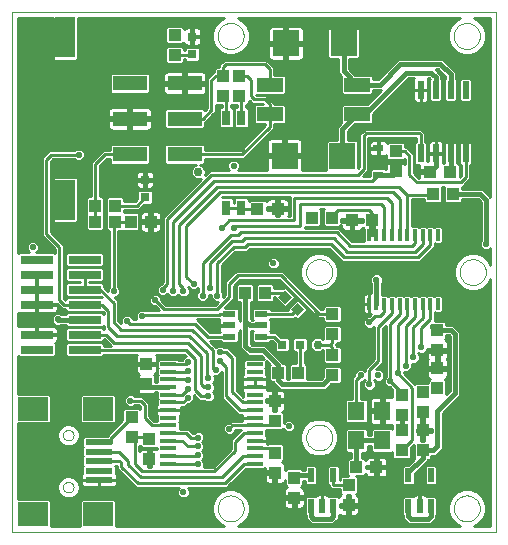
<source format=gtl>
G75*
G70*
%OFA0B0*%
%FSLAX24Y24*%
%IPPOS*%
%LPD*%
%AMOC8*
5,1,8,0,0,1.08239X$1,22.5*
%
%ADD10C,0.0000*%
%ADD11R,0.0413X0.0236*%
%ADD12R,0.0315X0.0315*%
%ADD13R,0.0315X0.0315*%
%ADD14R,0.0394X0.0433*%
%ADD15R,0.1100X0.0290*%
%ADD16R,0.0433X0.0394*%
%ADD17R,0.0890X0.0850*%
%ADD18R,0.0870X0.0472*%
%ADD19R,0.0299X0.0500*%
%ADD20R,0.1150X0.0500*%
%ADD21R,0.0650X0.1350*%
%ADD22R,0.0550X0.0137*%
%ADD23R,0.0551X0.0630*%
%ADD24R,0.0217X0.0472*%
%ADD25R,0.0217X0.0591*%
%ADD26R,0.0327X0.0248*%
%ADD27R,0.0120X0.0390*%
%ADD28R,0.0984X0.0787*%
%ADD29R,0.0906X0.0197*%
%ADD30C,0.0210*%
%ADD31C,0.0100*%
%ADD32R,0.0295X0.0295*%
%ADD33C,0.0160*%
%ADD34C,0.0295*%
%ADD35C,0.0300*%
%ADD36C,0.1266*%
%ADD37C,0.0120*%
%ADD38C,0.0240*%
D10*
X000937Y000524D02*
X000937Y017847D01*
X017079Y017847D01*
X017079Y000524D01*
X000937Y000524D01*
X002630Y002020D02*
X002632Y002046D01*
X002638Y002072D01*
X002648Y002097D01*
X002661Y002120D01*
X002677Y002140D01*
X002697Y002158D01*
X002719Y002173D01*
X002742Y002185D01*
X002768Y002193D01*
X002794Y002197D01*
X002820Y002197D01*
X002846Y002193D01*
X002872Y002185D01*
X002896Y002173D01*
X002917Y002158D01*
X002937Y002140D01*
X002953Y002120D01*
X002966Y002097D01*
X002976Y002072D01*
X002982Y002046D01*
X002984Y002020D01*
X002982Y001994D01*
X002976Y001968D01*
X002966Y001943D01*
X002953Y001920D01*
X002937Y001900D01*
X002917Y001882D01*
X002895Y001867D01*
X002872Y001855D01*
X002846Y001847D01*
X002820Y001843D01*
X002794Y001843D01*
X002768Y001847D01*
X002742Y001855D01*
X002718Y001867D01*
X002697Y001882D01*
X002677Y001900D01*
X002661Y001920D01*
X002648Y001943D01*
X002638Y001968D01*
X002632Y001994D01*
X002630Y002020D01*
X002630Y003752D02*
X002632Y003778D01*
X002638Y003804D01*
X002648Y003829D01*
X002661Y003852D01*
X002677Y003872D01*
X002697Y003890D01*
X002719Y003905D01*
X002742Y003917D01*
X002768Y003925D01*
X002794Y003929D01*
X002820Y003929D01*
X002846Y003925D01*
X002872Y003917D01*
X002896Y003905D01*
X002917Y003890D01*
X002937Y003872D01*
X002953Y003852D01*
X002966Y003829D01*
X002976Y003804D01*
X002982Y003778D01*
X002984Y003752D01*
X002982Y003726D01*
X002976Y003700D01*
X002966Y003675D01*
X002953Y003652D01*
X002937Y003632D01*
X002917Y003614D01*
X002895Y003599D01*
X002872Y003587D01*
X002846Y003579D01*
X002820Y003575D01*
X002794Y003575D01*
X002768Y003579D01*
X002742Y003587D01*
X002718Y003599D01*
X002697Y003614D01*
X002677Y003632D01*
X002661Y003652D01*
X002648Y003675D01*
X002638Y003700D01*
X002632Y003726D01*
X002630Y003752D01*
X007788Y001311D02*
X007790Y001352D01*
X007796Y001393D01*
X007806Y001433D01*
X007819Y001472D01*
X007836Y001509D01*
X007857Y001545D01*
X007881Y001579D01*
X007908Y001610D01*
X007937Y001638D01*
X007970Y001664D01*
X008004Y001686D01*
X008041Y001705D01*
X008079Y001720D01*
X008119Y001732D01*
X008159Y001740D01*
X008200Y001744D01*
X008242Y001744D01*
X008283Y001740D01*
X008323Y001732D01*
X008363Y001720D01*
X008401Y001705D01*
X008437Y001686D01*
X008472Y001664D01*
X008505Y001638D01*
X008534Y001610D01*
X008561Y001579D01*
X008585Y001545D01*
X008606Y001509D01*
X008623Y001472D01*
X008636Y001433D01*
X008646Y001393D01*
X008652Y001352D01*
X008654Y001311D01*
X008652Y001270D01*
X008646Y001229D01*
X008636Y001189D01*
X008623Y001150D01*
X008606Y001113D01*
X008585Y001077D01*
X008561Y001043D01*
X008534Y001012D01*
X008505Y000984D01*
X008472Y000958D01*
X008438Y000936D01*
X008401Y000917D01*
X008363Y000902D01*
X008323Y000890D01*
X008283Y000882D01*
X008242Y000878D01*
X008200Y000878D01*
X008159Y000882D01*
X008119Y000890D01*
X008079Y000902D01*
X008041Y000917D01*
X008005Y000936D01*
X007970Y000958D01*
X007937Y000984D01*
X007908Y001012D01*
X007881Y001043D01*
X007857Y001077D01*
X007836Y001113D01*
X007819Y001150D01*
X007806Y001189D01*
X007796Y001229D01*
X007790Y001270D01*
X007788Y001311D01*
X010741Y003674D02*
X010743Y003715D01*
X010749Y003756D01*
X010759Y003796D01*
X010772Y003835D01*
X010789Y003872D01*
X010810Y003908D01*
X010834Y003942D01*
X010861Y003973D01*
X010890Y004001D01*
X010923Y004027D01*
X010957Y004049D01*
X010994Y004068D01*
X011032Y004083D01*
X011072Y004095D01*
X011112Y004103D01*
X011153Y004107D01*
X011195Y004107D01*
X011236Y004103D01*
X011276Y004095D01*
X011316Y004083D01*
X011354Y004068D01*
X011390Y004049D01*
X011425Y004027D01*
X011458Y004001D01*
X011487Y003973D01*
X011514Y003942D01*
X011538Y003908D01*
X011559Y003872D01*
X011576Y003835D01*
X011589Y003796D01*
X011599Y003756D01*
X011605Y003715D01*
X011607Y003674D01*
X011605Y003633D01*
X011599Y003592D01*
X011589Y003552D01*
X011576Y003513D01*
X011559Y003476D01*
X011538Y003440D01*
X011514Y003406D01*
X011487Y003375D01*
X011458Y003347D01*
X011425Y003321D01*
X011391Y003299D01*
X011354Y003280D01*
X011316Y003265D01*
X011276Y003253D01*
X011236Y003245D01*
X011195Y003241D01*
X011153Y003241D01*
X011112Y003245D01*
X011072Y003253D01*
X011032Y003265D01*
X010994Y003280D01*
X010958Y003299D01*
X010923Y003321D01*
X010890Y003347D01*
X010861Y003375D01*
X010834Y003406D01*
X010810Y003440D01*
X010789Y003476D01*
X010772Y003513D01*
X010759Y003552D01*
X010749Y003592D01*
X010743Y003633D01*
X010741Y003674D01*
X010741Y009186D02*
X010743Y009227D01*
X010749Y009268D01*
X010759Y009308D01*
X010772Y009347D01*
X010789Y009384D01*
X010810Y009420D01*
X010834Y009454D01*
X010861Y009485D01*
X010890Y009513D01*
X010923Y009539D01*
X010957Y009561D01*
X010994Y009580D01*
X011032Y009595D01*
X011072Y009607D01*
X011112Y009615D01*
X011153Y009619D01*
X011195Y009619D01*
X011236Y009615D01*
X011276Y009607D01*
X011316Y009595D01*
X011354Y009580D01*
X011390Y009561D01*
X011425Y009539D01*
X011458Y009513D01*
X011487Y009485D01*
X011514Y009454D01*
X011538Y009420D01*
X011559Y009384D01*
X011576Y009347D01*
X011589Y009308D01*
X011599Y009268D01*
X011605Y009227D01*
X011607Y009186D01*
X011605Y009145D01*
X011599Y009104D01*
X011589Y009064D01*
X011576Y009025D01*
X011559Y008988D01*
X011538Y008952D01*
X011514Y008918D01*
X011487Y008887D01*
X011458Y008859D01*
X011425Y008833D01*
X011391Y008811D01*
X011354Y008792D01*
X011316Y008777D01*
X011276Y008765D01*
X011236Y008757D01*
X011195Y008753D01*
X011153Y008753D01*
X011112Y008757D01*
X011072Y008765D01*
X011032Y008777D01*
X010994Y008792D01*
X010958Y008811D01*
X010923Y008833D01*
X010890Y008859D01*
X010861Y008887D01*
X010834Y008918D01*
X010810Y008952D01*
X010789Y008988D01*
X010772Y009025D01*
X010759Y009064D01*
X010749Y009104D01*
X010743Y009145D01*
X010741Y009186D01*
X015859Y009186D02*
X015861Y009227D01*
X015867Y009268D01*
X015877Y009308D01*
X015890Y009347D01*
X015907Y009384D01*
X015928Y009420D01*
X015952Y009454D01*
X015979Y009485D01*
X016008Y009513D01*
X016041Y009539D01*
X016075Y009561D01*
X016112Y009580D01*
X016150Y009595D01*
X016190Y009607D01*
X016230Y009615D01*
X016271Y009619D01*
X016313Y009619D01*
X016354Y009615D01*
X016394Y009607D01*
X016434Y009595D01*
X016472Y009580D01*
X016508Y009561D01*
X016543Y009539D01*
X016576Y009513D01*
X016605Y009485D01*
X016632Y009454D01*
X016656Y009420D01*
X016677Y009384D01*
X016694Y009347D01*
X016707Y009308D01*
X016717Y009268D01*
X016723Y009227D01*
X016725Y009186D01*
X016723Y009145D01*
X016717Y009104D01*
X016707Y009064D01*
X016694Y009025D01*
X016677Y008988D01*
X016656Y008952D01*
X016632Y008918D01*
X016605Y008887D01*
X016576Y008859D01*
X016543Y008833D01*
X016509Y008811D01*
X016472Y008792D01*
X016434Y008777D01*
X016394Y008765D01*
X016354Y008757D01*
X016313Y008753D01*
X016271Y008753D01*
X016230Y008757D01*
X016190Y008765D01*
X016150Y008777D01*
X016112Y008792D01*
X016076Y008811D01*
X016041Y008833D01*
X016008Y008859D01*
X015979Y008887D01*
X015952Y008918D01*
X015928Y008952D01*
X015907Y008988D01*
X015890Y009025D01*
X015877Y009064D01*
X015867Y009104D01*
X015861Y009145D01*
X015859Y009186D01*
X015662Y001311D02*
X015664Y001352D01*
X015670Y001393D01*
X015680Y001433D01*
X015693Y001472D01*
X015710Y001509D01*
X015731Y001545D01*
X015755Y001579D01*
X015782Y001610D01*
X015811Y001638D01*
X015844Y001664D01*
X015878Y001686D01*
X015915Y001705D01*
X015953Y001720D01*
X015993Y001732D01*
X016033Y001740D01*
X016074Y001744D01*
X016116Y001744D01*
X016157Y001740D01*
X016197Y001732D01*
X016237Y001720D01*
X016275Y001705D01*
X016311Y001686D01*
X016346Y001664D01*
X016379Y001638D01*
X016408Y001610D01*
X016435Y001579D01*
X016459Y001545D01*
X016480Y001509D01*
X016497Y001472D01*
X016510Y001433D01*
X016520Y001393D01*
X016526Y001352D01*
X016528Y001311D01*
X016526Y001270D01*
X016520Y001229D01*
X016510Y001189D01*
X016497Y001150D01*
X016480Y001113D01*
X016459Y001077D01*
X016435Y001043D01*
X016408Y001012D01*
X016379Y000984D01*
X016346Y000958D01*
X016312Y000936D01*
X016275Y000917D01*
X016237Y000902D01*
X016197Y000890D01*
X016157Y000882D01*
X016116Y000878D01*
X016074Y000878D01*
X016033Y000882D01*
X015993Y000890D01*
X015953Y000902D01*
X015915Y000917D01*
X015879Y000936D01*
X015844Y000958D01*
X015811Y000984D01*
X015782Y001012D01*
X015755Y001043D01*
X015731Y001077D01*
X015710Y001113D01*
X015693Y001150D01*
X015680Y001189D01*
X015670Y001229D01*
X015664Y001270D01*
X015662Y001311D01*
X015662Y017060D02*
X015664Y017101D01*
X015670Y017142D01*
X015680Y017182D01*
X015693Y017221D01*
X015710Y017258D01*
X015731Y017294D01*
X015755Y017328D01*
X015782Y017359D01*
X015811Y017387D01*
X015844Y017413D01*
X015878Y017435D01*
X015915Y017454D01*
X015953Y017469D01*
X015993Y017481D01*
X016033Y017489D01*
X016074Y017493D01*
X016116Y017493D01*
X016157Y017489D01*
X016197Y017481D01*
X016237Y017469D01*
X016275Y017454D01*
X016311Y017435D01*
X016346Y017413D01*
X016379Y017387D01*
X016408Y017359D01*
X016435Y017328D01*
X016459Y017294D01*
X016480Y017258D01*
X016497Y017221D01*
X016510Y017182D01*
X016520Y017142D01*
X016526Y017101D01*
X016528Y017060D01*
X016526Y017019D01*
X016520Y016978D01*
X016510Y016938D01*
X016497Y016899D01*
X016480Y016862D01*
X016459Y016826D01*
X016435Y016792D01*
X016408Y016761D01*
X016379Y016733D01*
X016346Y016707D01*
X016312Y016685D01*
X016275Y016666D01*
X016237Y016651D01*
X016197Y016639D01*
X016157Y016631D01*
X016116Y016627D01*
X016074Y016627D01*
X016033Y016631D01*
X015993Y016639D01*
X015953Y016651D01*
X015915Y016666D01*
X015879Y016685D01*
X015844Y016707D01*
X015811Y016733D01*
X015782Y016761D01*
X015755Y016792D01*
X015731Y016826D01*
X015710Y016862D01*
X015693Y016899D01*
X015680Y016938D01*
X015670Y016978D01*
X015664Y017019D01*
X015662Y017060D01*
X007788Y017060D02*
X007790Y017101D01*
X007796Y017142D01*
X007806Y017182D01*
X007819Y017221D01*
X007836Y017258D01*
X007857Y017294D01*
X007881Y017328D01*
X007908Y017359D01*
X007937Y017387D01*
X007970Y017413D01*
X008004Y017435D01*
X008041Y017454D01*
X008079Y017469D01*
X008119Y017481D01*
X008159Y017489D01*
X008200Y017493D01*
X008242Y017493D01*
X008283Y017489D01*
X008323Y017481D01*
X008363Y017469D01*
X008401Y017454D01*
X008437Y017435D01*
X008472Y017413D01*
X008505Y017387D01*
X008534Y017359D01*
X008561Y017328D01*
X008585Y017294D01*
X008606Y017258D01*
X008623Y017221D01*
X008636Y017182D01*
X008646Y017142D01*
X008652Y017101D01*
X008654Y017060D01*
X008652Y017019D01*
X008646Y016978D01*
X008636Y016938D01*
X008623Y016899D01*
X008606Y016862D01*
X008585Y016826D01*
X008561Y016792D01*
X008534Y016761D01*
X008505Y016733D01*
X008472Y016707D01*
X008438Y016685D01*
X008401Y016666D01*
X008363Y016651D01*
X008323Y016639D01*
X008283Y016631D01*
X008242Y016627D01*
X008200Y016627D01*
X008159Y016631D01*
X008119Y016639D01*
X008079Y016651D01*
X008041Y016666D01*
X008005Y016685D01*
X007970Y016707D01*
X007937Y016733D01*
X007908Y016761D01*
X007881Y016792D01*
X007857Y016826D01*
X007836Y016862D01*
X007819Y016899D01*
X007806Y016938D01*
X007796Y016978D01*
X007790Y017019D01*
X007788Y017060D01*
D11*
X008181Y007788D03*
X008181Y007414D03*
X008181Y007040D03*
X009244Y007040D03*
X009244Y007414D03*
X009244Y007788D03*
D12*
G36*
X009808Y008361D02*
X010030Y008583D01*
X010252Y008361D01*
X010030Y008139D01*
X009808Y008361D01*
G37*
G36*
X010225Y007943D02*
X010447Y008165D01*
X010669Y007943D01*
X010447Y007721D01*
X010225Y007943D01*
G37*
D13*
X009943Y006774D03*
X010534Y006774D03*
X005366Y011676D03*
X005366Y012266D03*
X006941Y016449D03*
X006941Y017040D03*
D14*
X004372Y011400D03*
X004372Y010869D03*
X004884Y010869D03*
X005553Y010869D03*
X003703Y010869D03*
X003703Y011400D03*
X005416Y006124D03*
X005416Y005455D03*
X008696Y008494D03*
X009365Y008494D03*
X010937Y011006D03*
X011607Y011006D03*
X014973Y011794D03*
X015642Y011794D03*
X015111Y007256D03*
X015111Y006587D03*
X015111Y005977D03*
X015111Y005308D03*
X014618Y005189D03*
X014618Y004520D03*
X014618Y003910D03*
X014618Y003241D03*
X012158Y002089D03*
X012158Y001420D03*
X010337Y001666D03*
X010337Y002335D03*
X009697Y002502D03*
X009697Y003172D03*
X009697Y004225D03*
X009697Y004894D03*
X009805Y005839D03*
X010475Y005839D03*
D15*
X003351Y006603D03*
X003351Y007103D03*
X003351Y007603D03*
X003351Y008103D03*
X003351Y008603D03*
X003351Y009103D03*
X003351Y009603D03*
X001751Y009603D03*
X001751Y009103D03*
X001751Y008603D03*
X001751Y008103D03*
X001751Y007103D03*
X001751Y006603D03*
D16*
X004924Y004353D03*
X004924Y003684D03*
X005514Y003615D03*
X005514Y002945D03*
X011616Y005750D03*
X011616Y006420D03*
X011616Y007128D03*
X011616Y007798D03*
X013929Y005091D03*
X013929Y004422D03*
X013929Y003910D03*
X013929Y003241D03*
X013083Y002689D03*
X012414Y002689D03*
X012266Y010908D03*
X012935Y010908D03*
X013733Y012542D03*
X013733Y013211D03*
X014874Y012532D03*
X015544Y012532D03*
X009786Y011302D03*
X009116Y011302D03*
X008516Y015052D03*
X007975Y015052D03*
X007975Y015721D03*
X008516Y015721D03*
X006351Y016430D03*
X006351Y017099D03*
D17*
X010066Y016813D03*
X011986Y016813D03*
X011937Y013073D03*
X010017Y013073D03*
D18*
X009520Y014451D03*
X009520Y015436D03*
X012433Y015436D03*
X012433Y014451D03*
D19*
X008569Y014327D03*
X008069Y014327D03*
X008069Y011327D03*
X008569Y011327D03*
D20*
X006685Y013123D03*
X006685Y014304D03*
X006685Y015485D03*
X004863Y015485D03*
X004863Y014304D03*
X004863Y013123D03*
D21*
X002709Y011594D03*
X002709Y017014D03*
D22*
X006142Y006124D03*
X006142Y005869D03*
X006142Y005613D03*
X006142Y005357D03*
X006142Y005101D03*
X006142Y004845D03*
X006142Y004589D03*
X006142Y004333D03*
X006142Y004077D03*
X006142Y003821D03*
X006142Y003565D03*
X006142Y003310D03*
X006142Y003054D03*
X006142Y002798D03*
X009020Y002798D03*
X009020Y003054D03*
X009020Y003310D03*
X009020Y003565D03*
X009020Y003821D03*
X009020Y004077D03*
X009020Y004333D03*
X009020Y004589D03*
X009020Y004845D03*
X009020Y005101D03*
X009020Y005357D03*
X009020Y005613D03*
X009020Y005869D03*
X009020Y006124D03*
D23*
X012414Y004560D03*
X013280Y004560D03*
X013280Y003575D03*
X012414Y003575D03*
D24*
X011646Y002414D03*
X010898Y002414D03*
X010898Y001390D03*
X011272Y001390D03*
X011646Y001390D03*
X014146Y001390D03*
X014520Y001390D03*
X014894Y001390D03*
X014894Y002414D03*
X014146Y002414D03*
D25*
X014557Y013142D03*
X015057Y013142D03*
X015557Y013142D03*
X016057Y013142D03*
X016057Y015268D03*
X015557Y015268D03*
X015057Y015268D03*
X014557Y015268D03*
D26*
X013142Y013315D03*
X013142Y012437D03*
D27*
X013083Y010433D03*
X012827Y010433D03*
X013339Y010433D03*
X013595Y010433D03*
X013851Y010433D03*
X014107Y010433D03*
X014363Y010433D03*
X014618Y010433D03*
X014874Y010433D03*
X015130Y010433D03*
X015130Y008135D03*
X014874Y008135D03*
X014618Y008135D03*
X014363Y008135D03*
X014107Y008135D03*
X013851Y008135D03*
X013595Y008135D03*
X013339Y008135D03*
X013083Y008135D03*
X012827Y008135D03*
D28*
X003792Y004638D03*
X001626Y004638D03*
X001626Y001134D03*
X003792Y001134D03*
D29*
X003831Y002256D03*
X003831Y002571D03*
X003831Y002886D03*
X003831Y003201D03*
X003831Y003516D03*
D30*
X004185Y003514D03*
X004874Y004904D03*
X005416Y005455D03*
X005563Y005002D03*
X005465Y006134D03*
X004776Y007561D03*
X005268Y007709D03*
X005711Y008250D03*
X005957Y008595D03*
X006301Y008546D03*
X006646Y008546D03*
X006990Y008792D03*
X007286Y008398D03*
X007532Y008644D03*
X007778Y008398D03*
X007581Y007414D03*
X007876Y006528D03*
X007876Y006233D03*
X007729Y005937D03*
X007483Y005642D03*
X007483Y005347D03*
X007483Y005052D03*
X006794Y005002D03*
X006794Y005298D03*
X006794Y005593D03*
X006794Y005888D03*
X006794Y006184D03*
X008172Y003969D03*
X007138Y003674D03*
X007138Y003378D03*
X007138Y003083D03*
X007138Y002788D03*
X006646Y001853D03*
X005514Y002886D03*
X003890Y001853D03*
X002512Y006626D03*
X001751Y006603D03*
X001725Y007611D03*
X002463Y007611D03*
X004333Y008546D03*
X005022Y010170D03*
X003447Y010367D03*
X002168Y009973D03*
X001626Y010022D03*
X003152Y013093D03*
X004874Y014304D03*
X006449Y012532D03*
X007926Y010662D03*
X008319Y010662D03*
X009648Y009481D03*
X010937Y011006D03*
X009796Y011302D03*
X008319Y012729D03*
X007433Y015928D03*
X006351Y017099D03*
X011272Y015682D03*
X014077Y015239D03*
X015544Y012532D03*
X014766Y010957D03*
X013083Y008939D03*
X012109Y008054D03*
X012847Y007512D03*
X014057Y006065D03*
X014313Y006341D03*
X014569Y006676D03*
X014963Y007365D03*
X013801Y005810D03*
X013546Y005554D03*
X013142Y005741D03*
X012847Y005445D03*
X012551Y005741D03*
X012847Y004067D03*
X013929Y003910D03*
X014618Y003871D03*
X014618Y005189D03*
X014618Y005593D03*
X015111Y005308D03*
X013093Y002689D03*
X012414Y002689D03*
X012158Y001410D03*
X011272Y001902D03*
X010898Y002414D03*
X010337Y001607D03*
X010898Y001390D03*
X010160Y004048D03*
X009697Y004904D03*
X009805Y005839D03*
X014146Y001390D03*
X014520Y001902D03*
X016735Y010121D03*
X012256Y010908D03*
D31*
X012217Y010871D02*
X011903Y010871D01*
X011903Y010859D02*
X011903Y010956D01*
X012217Y010956D01*
X012217Y010859D01*
X011903Y010859D01*
X011900Y010745D02*
X011845Y010690D01*
X011368Y010690D01*
X011310Y010748D01*
X011310Y011264D01*
X011345Y011299D01*
X011199Y011299D01*
X011234Y011264D01*
X011234Y010748D01*
X011176Y010690D01*
X010699Y010690D01*
X010684Y010705D01*
X010684Y010664D01*
X011826Y010664D01*
X011914Y010576D01*
X011914Y010576D01*
X012269Y010221D01*
X012667Y010221D01*
X012667Y010621D01*
X012625Y010663D01*
X012622Y010653D01*
X012603Y010619D01*
X012575Y010591D01*
X012540Y010571D01*
X012502Y010561D01*
X012314Y010561D01*
X012314Y010859D01*
X012218Y010859D01*
X012218Y010561D01*
X012030Y010561D01*
X011992Y010571D01*
X011957Y010591D01*
X011929Y010619D01*
X011910Y010653D01*
X011900Y010691D01*
X011900Y010745D01*
X011904Y010674D02*
X010684Y010674D01*
X010534Y010711D02*
X008368Y010711D01*
X008319Y010662D01*
X008172Y010908D02*
X007926Y010662D01*
X008172Y010908D02*
X010337Y010908D01*
X010337Y011646D01*
X013437Y011646D01*
X013595Y011489D01*
X013595Y010433D01*
X013339Y010433D02*
X013339Y011351D01*
X013240Y011449D01*
X010534Y011449D01*
X010534Y010711D01*
X010187Y011058D02*
X010145Y011058D01*
X010152Y011085D01*
X010152Y011253D01*
X009834Y011253D01*
X009834Y011058D01*
X009737Y011058D01*
X009737Y011253D01*
X009433Y011253D01*
X009433Y011350D01*
X009737Y011350D01*
X009737Y011253D01*
X009834Y011253D01*
X009834Y011350D01*
X009737Y011350D01*
X009737Y011648D01*
X009549Y011648D01*
X009511Y011638D01*
X009477Y011619D01*
X009449Y011591D01*
X009429Y011556D01*
X009427Y011546D01*
X009374Y011598D01*
X008858Y011598D01*
X008819Y011559D01*
X008819Y011619D01*
X008760Y011677D01*
X008378Y011677D01*
X008320Y011619D01*
X008320Y011477D01*
X008319Y011477D01*
X008319Y011619D01*
X008260Y011677D01*
X007923Y011677D01*
X007938Y011693D01*
X010187Y011693D01*
X010187Y011058D01*
X010187Y011068D02*
X010148Y011068D01*
X010152Y011167D02*
X010187Y011167D01*
X010187Y011265D02*
X009834Y011265D01*
X009834Y011350D02*
X010152Y011350D01*
X010152Y011518D01*
X010142Y011556D01*
X010122Y011591D01*
X010094Y011619D01*
X010060Y011638D01*
X010022Y011648D01*
X009834Y011648D01*
X009834Y011350D01*
X009834Y011364D02*
X009737Y011364D01*
X009737Y011462D02*
X009834Y011462D01*
X009834Y011561D02*
X009737Y011561D01*
X009432Y011561D02*
X009412Y011561D01*
X009433Y011265D02*
X009737Y011265D01*
X009737Y011167D02*
X009834Y011167D01*
X009834Y011068D02*
X009737Y011068D01*
X010152Y011364D02*
X010187Y011364D01*
X010187Y011462D02*
X010152Y011462D01*
X010139Y011561D02*
X010187Y011561D01*
X010187Y011659D02*
X008778Y011659D01*
X008819Y011561D02*
X008821Y011561D01*
X008569Y011327D02*
X008595Y011302D01*
X009116Y011302D01*
X008569Y011327D02*
X008069Y011327D01*
X008073Y011331D01*
X008319Y011561D02*
X008320Y011561D01*
X008360Y011659D02*
X008278Y011659D01*
X007876Y011843D02*
X006744Y010711D01*
X006744Y009038D01*
X006990Y008792D01*
X007136Y008647D02*
X007075Y008587D01*
X006906Y008587D01*
X006796Y008696D01*
X006796Y008686D01*
X006851Y008631D01*
X006851Y008461D01*
X006731Y008341D01*
X006561Y008341D01*
X006474Y008428D01*
X006386Y008341D01*
X006217Y008341D01*
X006105Y008453D01*
X006042Y008390D01*
X005872Y008390D01*
X005752Y008510D01*
X005752Y008680D01*
X005872Y008800D01*
X005901Y008800D01*
X005955Y008854D01*
X005955Y010895D01*
X005955Y011019D01*
X007243Y012307D01*
X007187Y012284D01*
X007089Y012284D01*
X006998Y012322D01*
X006928Y012392D01*
X006890Y012483D01*
X006890Y012581D01*
X006928Y012672D01*
X006998Y012742D01*
X007072Y012773D01*
X006069Y012773D01*
X006010Y012831D01*
X006010Y013414D01*
X006069Y013472D01*
X007302Y013472D01*
X007360Y013414D01*
X007360Y013272D01*
X008552Y013272D01*
X009370Y014090D01*
X009370Y014115D01*
X009044Y014115D01*
X008985Y014174D01*
X008985Y014729D01*
X009044Y014787D01*
X009296Y014787D01*
X009291Y014793D01*
X008946Y014793D01*
X008858Y014881D01*
X008833Y014907D01*
X008833Y014813D01*
X008774Y014755D01*
X008719Y014755D01*
X008719Y014677D01*
X008760Y014677D01*
X008819Y014619D01*
X008819Y014036D01*
X008760Y013977D01*
X008378Y013977D01*
X008320Y014036D01*
X008320Y014619D01*
X008378Y014677D01*
X008419Y014677D01*
X008419Y014755D01*
X008258Y014755D01*
X008245Y014768D01*
X008233Y014755D01*
X008219Y014755D01*
X008219Y014677D01*
X008260Y014677D01*
X008319Y014619D01*
X008319Y014036D01*
X008260Y013977D01*
X007878Y013977D01*
X007820Y014036D01*
X007820Y014619D01*
X007878Y014677D01*
X007919Y014677D01*
X007919Y014755D01*
X007731Y014755D01*
X007731Y014537D01*
X007643Y014449D01*
X007360Y014166D01*
X007360Y014012D01*
X007302Y013954D01*
X006069Y013954D01*
X006010Y014012D01*
X006010Y014595D01*
X006069Y014654D01*
X007302Y014654D01*
X007360Y014595D01*
X007360Y014590D01*
X007431Y014661D01*
X007431Y015521D01*
X007431Y015645D01*
X007657Y015871D01*
X007658Y015871D01*
X007658Y015959D01*
X007717Y016018D01*
X007825Y016018D01*
X007825Y016088D01*
X007913Y016176D01*
X007923Y016187D01*
X008011Y016274D01*
X009291Y016274D01*
X009415Y016274D01*
X009670Y016019D01*
X009670Y015895D01*
X009670Y015772D01*
X009996Y015772D01*
X010055Y015713D01*
X010055Y015158D01*
X009996Y015099D01*
X009064Y015099D01*
X009070Y015093D01*
X009291Y015093D01*
X009415Y015093D01*
X009670Y014838D01*
X009670Y014787D01*
X009996Y014787D01*
X010055Y014729D01*
X010055Y014174D01*
X009996Y014115D01*
X009670Y014115D01*
X009670Y014090D01*
X009670Y013966D01*
X008677Y012973D01*
X008552Y012973D01*
X007360Y012973D01*
X007360Y012831D01*
X007302Y012773D01*
X007204Y012773D01*
X007278Y012742D01*
X007348Y012672D01*
X007386Y012581D01*
X007386Y012483D01*
X007363Y012427D01*
X007519Y012584D01*
X007643Y012584D01*
X008175Y012584D01*
X008114Y012644D01*
X008114Y012814D01*
X008234Y012934D01*
X008404Y012934D01*
X008524Y012814D01*
X008524Y012644D01*
X008464Y012584D01*
X009436Y012584D01*
X009432Y012590D01*
X009422Y012629D01*
X009422Y013023D01*
X009967Y013023D01*
X009967Y013123D01*
X009422Y013123D01*
X009422Y013518D01*
X009432Y013556D01*
X009452Y013590D01*
X009480Y013618D01*
X009514Y013638D01*
X009552Y013648D01*
X009967Y013648D01*
X009967Y013123D01*
X010067Y013123D01*
X010612Y013123D01*
X010612Y013518D01*
X010601Y013556D01*
X010582Y013590D01*
X010554Y013618D01*
X010520Y013638D01*
X010481Y013648D01*
X010067Y013648D01*
X010067Y013123D01*
X010067Y013023D01*
X010612Y013023D01*
X010612Y012629D01*
X010601Y012590D01*
X010597Y012584D01*
X011415Y012584D01*
X011392Y012607D01*
X011392Y013540D01*
X011450Y013598D01*
X011757Y013598D01*
X011757Y013880D01*
X011757Y014029D01*
X011900Y014172D01*
X011898Y014174D01*
X011898Y014729D01*
X011957Y014787D01*
X012781Y014787D01*
X013249Y015256D01*
X013117Y015256D01*
X012968Y015256D01*
X012968Y015158D01*
X012910Y015099D01*
X011957Y015099D01*
X011898Y015158D01*
X011898Y015713D01*
X011900Y015715D01*
X011806Y015808D01*
X011806Y015958D01*
X011806Y016288D01*
X011499Y016288D01*
X011441Y016347D01*
X011441Y017280D01*
X011499Y017338D01*
X012472Y017338D01*
X012531Y017280D01*
X012531Y016347D01*
X012472Y016288D01*
X012166Y016288D01*
X012166Y015958D01*
X012352Y015772D01*
X012910Y015772D01*
X012968Y015713D01*
X012968Y015615D01*
X013117Y015615D01*
X013700Y016199D01*
X013806Y016304D01*
X015134Y016304D01*
X015284Y016304D01*
X015632Y015956D01*
X015737Y015851D01*
X015737Y015633D01*
X015766Y015605D01*
X015766Y014931D01*
X015707Y014873D01*
X015408Y014873D01*
X015349Y014931D01*
X015349Y015605D01*
X015377Y015633D01*
X015377Y015701D01*
X015134Y015944D01*
X015053Y015944D01*
X015094Y015904D01*
X015132Y015865D01*
X015237Y015760D01*
X015237Y015633D01*
X015266Y015605D01*
X015266Y014931D01*
X015207Y014873D01*
X014908Y014873D01*
X014849Y014931D01*
X014849Y015605D01*
X014866Y015622D01*
X014839Y015649D01*
X014789Y015649D01*
X014805Y015621D01*
X014816Y015583D01*
X014816Y015272D01*
X014562Y015272D01*
X014562Y015264D01*
X014816Y015264D01*
X014816Y014953D01*
X014805Y014915D01*
X014786Y014881D01*
X014758Y014853D01*
X014724Y014833D01*
X014685Y014823D01*
X014562Y014823D01*
X014562Y015264D01*
X014553Y015264D01*
X014299Y015264D01*
X014299Y014953D01*
X014309Y014915D01*
X014329Y014881D01*
X014357Y014853D01*
X014391Y014833D01*
X014429Y014823D01*
X014553Y014823D01*
X014553Y015264D01*
X014553Y015272D01*
X014299Y015272D01*
X014299Y015583D01*
X014309Y015621D01*
X014325Y015649D01*
X014152Y015649D01*
X012968Y014466D01*
X012968Y014174D01*
X012910Y014115D01*
X012352Y014115D01*
X012117Y013880D01*
X012117Y013598D01*
X012423Y013598D01*
X012482Y013540D01*
X012482Y012674D01*
X012500Y012693D01*
X012500Y013775D01*
X012588Y013863D01*
X012686Y013961D01*
X012810Y013961D01*
X014582Y013961D01*
X014670Y013874D01*
X014670Y013874D01*
X014707Y013836D01*
X014707Y013712D01*
X014707Y013537D01*
X014766Y013479D01*
X014766Y012879D01*
X014799Y012879D01*
X014799Y013138D01*
X015053Y013138D01*
X015053Y013146D01*
X014799Y013146D01*
X014799Y013457D01*
X014809Y013495D01*
X014829Y013530D01*
X014857Y013557D01*
X014891Y013577D01*
X014929Y013587D01*
X015053Y013587D01*
X015053Y013147D01*
X015062Y013147D01*
X015062Y013587D01*
X015185Y013587D01*
X015224Y013577D01*
X015258Y013557D01*
X015286Y013530D01*
X015305Y013495D01*
X015316Y013457D01*
X015316Y013146D01*
X015062Y013146D01*
X015062Y013138D01*
X015316Y013138D01*
X015316Y012829D01*
X015349Y012829D01*
X015349Y013479D01*
X015408Y013537D01*
X015707Y013537D01*
X015766Y013479D01*
X015766Y012829D01*
X015802Y012829D01*
X015860Y012770D01*
X015860Y012362D01*
X015907Y012409D01*
X015907Y012747D01*
X015849Y012805D01*
X015849Y013479D01*
X015908Y013537D01*
X016207Y013537D01*
X016266Y013479D01*
X016266Y012805D01*
X016207Y012747D01*
X016207Y012409D01*
X016207Y012285D01*
X016048Y012125D01*
X015960Y012037D01*
X015939Y012037D01*
X015939Y011974D01*
X016463Y011974D01*
X016612Y011974D01*
X016809Y011777D01*
X016879Y011707D01*
X016879Y017647D01*
X016331Y017647D01*
X016453Y017596D01*
X016631Y017418D01*
X016728Y017185D01*
X016728Y016934D01*
X016631Y016701D01*
X016453Y016523D01*
X016221Y016426D01*
X015969Y016426D01*
X015736Y016523D01*
X015558Y016701D01*
X015462Y016934D01*
X015462Y017185D01*
X015558Y017418D01*
X015736Y017596D01*
X015859Y017647D01*
X008457Y017647D01*
X008579Y017596D01*
X008757Y017418D01*
X008854Y017185D01*
X008854Y016934D01*
X008757Y016701D01*
X008579Y016523D01*
X008347Y016426D01*
X008095Y016426D01*
X007862Y016523D01*
X007684Y016701D01*
X007588Y016934D01*
X007588Y017185D01*
X007684Y017418D01*
X007862Y017596D01*
X007985Y017647D01*
X003134Y017647D01*
X003134Y016297D01*
X003075Y016239D01*
X002343Y016239D01*
X002284Y016297D01*
X002284Y017647D01*
X001137Y017647D01*
X001137Y009825D01*
X001160Y009848D01*
X001511Y009848D01*
X001421Y009937D01*
X001421Y010107D01*
X001541Y010227D01*
X001711Y010227D01*
X001831Y010107D01*
X001831Y009937D01*
X001742Y009848D01*
X002343Y009848D01*
X002362Y009829D01*
X002362Y009960D01*
X001919Y010403D01*
X001919Y010527D01*
X001919Y012864D01*
X001919Y012988D01*
X002174Y013243D01*
X002299Y013243D01*
X003012Y013243D01*
X003067Y013298D01*
X003237Y013298D01*
X003357Y013178D01*
X003357Y013008D01*
X003237Y012888D01*
X003067Y012888D01*
X003012Y012943D01*
X002299Y012943D01*
X002219Y012864D01*
X002219Y010527D01*
X002662Y010084D01*
X002662Y009960D01*
X002662Y008313D01*
X002701Y008273D01*
X002701Y008289D01*
X002760Y008348D01*
X003925Y008348D01*
X003915Y008358D01*
X002760Y008358D01*
X002701Y008416D01*
X002701Y008789D01*
X002760Y008848D01*
X003201Y008848D01*
X003201Y008858D01*
X002760Y008858D01*
X002701Y008916D01*
X002701Y009289D01*
X002760Y009348D01*
X003943Y009348D01*
X004001Y009289D01*
X004001Y008916D01*
X003943Y008858D01*
X003501Y008858D01*
X003501Y008848D01*
X003943Y008848D01*
X004001Y008789D01*
X004001Y008696D01*
X004032Y008665D01*
X004128Y008569D01*
X004128Y008631D01*
X004183Y008686D01*
X004183Y010552D01*
X004134Y010552D01*
X004076Y010611D01*
X004076Y011127D01*
X004083Y011134D01*
X004076Y011142D01*
X004076Y011658D01*
X004134Y011717D01*
X004611Y011717D01*
X004669Y011658D01*
X004669Y011550D01*
X005029Y011550D01*
X005109Y011630D01*
X005109Y011875D01*
X005168Y011933D01*
X005565Y011933D01*
X005624Y011875D01*
X005624Y011477D01*
X005565Y011418D01*
X005321Y011418D01*
X005153Y011250D01*
X005029Y011250D01*
X004669Y011250D01*
X004669Y011185D01*
X005122Y011185D01*
X005181Y011127D01*
X005181Y010611D01*
X005122Y010552D01*
X004646Y010552D01*
X004628Y010570D01*
X004611Y010552D01*
X004483Y010552D01*
X004483Y008686D01*
X004538Y008631D01*
X004538Y008461D01*
X004418Y008341D01*
X004356Y008341D01*
X004483Y008214D01*
X004483Y008090D01*
X004483Y007574D01*
X004571Y007486D01*
X004571Y007646D01*
X004691Y007766D01*
X004861Y007766D01*
X004981Y007646D01*
X004981Y007613D01*
X005074Y007613D01*
X005063Y007624D01*
X005063Y007794D01*
X005183Y007914D01*
X005353Y007914D01*
X005359Y007908D01*
X005379Y007908D01*
X005841Y007908D01*
X005704Y008045D01*
X005626Y008045D01*
X005506Y008166D01*
X005506Y008335D01*
X005626Y008455D01*
X005796Y008455D01*
X005916Y008335D01*
X005916Y008258D01*
X006068Y008105D01*
X007716Y008105D01*
X007804Y008193D01*
X007693Y008193D01*
X007573Y008313D01*
X007573Y008439D01*
X007491Y008439D01*
X007491Y008313D01*
X007371Y008193D01*
X007201Y008193D01*
X007081Y008313D01*
X007081Y008483D01*
X007136Y008538D01*
X007136Y008647D01*
X007136Y008605D02*
X007093Y008605D01*
X007104Y008506D02*
X006851Y008506D01*
X006851Y008605D02*
X006888Y008605D01*
X006798Y008408D02*
X007081Y008408D01*
X007085Y008309D02*
X005916Y008309D01*
X005963Y008210D02*
X007183Y008210D01*
X007388Y008210D02*
X007676Y008210D01*
X007723Y008112D02*
X006062Y008112D01*
X006006Y007955D02*
X005711Y008250D01*
X005560Y008112D02*
X004483Y008112D01*
X004483Y008210D02*
X005506Y008210D01*
X005506Y008309D02*
X004388Y008309D01*
X004485Y008408D02*
X005578Y008408D01*
X005756Y008506D02*
X004538Y008506D01*
X004538Y008605D02*
X005752Y008605D01*
X005775Y008703D02*
X004483Y008703D01*
X004483Y008802D02*
X005902Y008802D01*
X005955Y008900D02*
X004483Y008900D01*
X004483Y008999D02*
X005955Y008999D01*
X005955Y009097D02*
X004483Y009097D01*
X004483Y009196D02*
X005955Y009196D01*
X005955Y009294D02*
X004483Y009294D01*
X004483Y009393D02*
X005955Y009393D01*
X005955Y009492D02*
X004483Y009492D01*
X004483Y009590D02*
X005955Y009590D01*
X005955Y009689D02*
X004483Y009689D01*
X004483Y009787D02*
X005955Y009787D01*
X005955Y009886D02*
X004483Y009886D01*
X004483Y009984D02*
X005955Y009984D01*
X005955Y010083D02*
X004483Y010083D01*
X004483Y010181D02*
X005955Y010181D01*
X005955Y010280D02*
X004483Y010280D01*
X004483Y010378D02*
X005955Y010378D01*
X005955Y010477D02*
X004483Y010477D01*
X004333Y010760D02*
X004372Y010800D01*
X004372Y010869D01*
X004884Y010869D01*
X005181Y010871D02*
X005505Y010871D01*
X005505Y010917D02*
X005505Y010820D01*
X005602Y010820D01*
X005602Y010917D01*
X005900Y010917D01*
X005900Y011105D01*
X005890Y011143D01*
X005870Y011177D01*
X005842Y011205D01*
X005808Y011225D01*
X005770Y011235D01*
X005602Y011235D01*
X005602Y010917D01*
X005505Y010917D01*
X005207Y010917D01*
X005207Y011105D01*
X005217Y011143D01*
X005237Y011177D01*
X005264Y011205D01*
X005299Y011225D01*
X005337Y011235D01*
X005505Y011235D01*
X005505Y010917D01*
X005505Y010970D02*
X005602Y010970D01*
X005602Y011068D02*
X005505Y011068D01*
X005505Y011167D02*
X005602Y011167D01*
X005610Y011462D02*
X006398Y011462D01*
X006299Y011364D02*
X005267Y011364D01*
X005168Y011265D02*
X006201Y011265D01*
X006102Y011167D02*
X005876Y011167D01*
X005900Y011068D02*
X006004Y011068D01*
X005955Y010970D02*
X005900Y010970D01*
X005955Y010871D02*
X005602Y010871D01*
X005602Y010820D02*
X005900Y010820D01*
X005900Y010632D01*
X005890Y010594D01*
X005870Y010560D01*
X005842Y010532D01*
X005808Y010512D01*
X005770Y010502D01*
X005602Y010502D01*
X005602Y010820D01*
X005602Y010773D02*
X005505Y010773D01*
X005505Y010820D02*
X005505Y010502D01*
X005337Y010502D01*
X005299Y010512D01*
X005264Y010532D01*
X005237Y010560D01*
X005217Y010594D01*
X005207Y010632D01*
X005207Y010820D01*
X005505Y010820D01*
X005505Y010674D02*
X005602Y010674D01*
X005602Y010576D02*
X005505Y010576D01*
X005228Y010576D02*
X005146Y010576D01*
X005181Y010674D02*
X005207Y010674D01*
X005207Y010773D02*
X005181Y010773D01*
X005181Y010970D02*
X005207Y010970D01*
X005207Y011068D02*
X005181Y011068D01*
X005141Y011167D02*
X005231Y011167D01*
X005091Y011400D02*
X005366Y011676D01*
X005624Y011659D02*
X006595Y011659D01*
X006496Y011561D02*
X005624Y011561D01*
X005624Y011758D02*
X006693Y011758D01*
X006792Y011857D02*
X005624Y011857D01*
X005582Y011969D02*
X005616Y011989D01*
X005644Y012017D01*
X005664Y012051D01*
X005674Y012089D01*
X005674Y012237D01*
X005395Y012237D01*
X005395Y011959D01*
X005544Y011959D01*
X005582Y011969D01*
X005664Y012054D02*
X006989Y012054D01*
X007088Y012152D02*
X005674Y012152D01*
X005674Y012295D02*
X005674Y012443D01*
X005664Y012482D01*
X005644Y012516D01*
X005616Y012544D01*
X005582Y012563D01*
X005544Y012574D01*
X005395Y012574D01*
X005395Y012295D01*
X005338Y012295D01*
X005338Y012574D01*
X005189Y012574D01*
X005151Y012563D01*
X005117Y012544D01*
X005089Y012516D01*
X005069Y012482D01*
X005059Y012443D01*
X005059Y012295D01*
X005337Y012295D01*
X005337Y012237D01*
X005059Y012237D01*
X005059Y012089D01*
X005069Y012051D01*
X005089Y012017D01*
X005117Y011989D01*
X005151Y011969D01*
X005189Y011959D01*
X005338Y011959D01*
X005338Y012237D01*
X005395Y012237D01*
X005395Y012295D01*
X005674Y012295D01*
X005674Y012349D02*
X006971Y012349D01*
X006905Y012448D02*
X005673Y012448D01*
X005611Y012546D02*
X006890Y012546D01*
X006917Y012645D02*
X003853Y012645D01*
X003853Y012726D02*
X004100Y012973D01*
X004188Y012973D01*
X004188Y012831D01*
X004246Y012773D01*
X005479Y012773D01*
X005537Y012831D01*
X005537Y013414D01*
X005479Y013472D01*
X004246Y013472D01*
X004188Y013414D01*
X004188Y013272D01*
X004100Y013272D01*
X003976Y013272D01*
X003553Y012850D01*
X003553Y012726D01*
X003553Y011717D01*
X003465Y011717D01*
X003406Y011658D01*
X003406Y011142D01*
X003414Y011134D01*
X003406Y011127D01*
X003406Y010611D01*
X003465Y010552D01*
X003941Y010552D01*
X004000Y010611D01*
X004000Y011127D01*
X003992Y011134D01*
X004000Y011142D01*
X004000Y011658D01*
X003941Y011717D01*
X003853Y011717D01*
X003853Y012726D01*
X003871Y012743D02*
X007002Y012743D01*
X007275Y012743D02*
X008114Y012743D01*
X008114Y012645D02*
X007359Y012645D01*
X007386Y012546D02*
X007482Y012546D01*
X007383Y012448D02*
X007371Y012448D01*
X007581Y012434D02*
X006105Y010957D01*
X006105Y008792D01*
X005957Y008644D01*
X005957Y008595D01*
X005854Y008408D02*
X005844Y008408D01*
X006059Y008408D02*
X006150Y008408D01*
X006301Y008546D02*
X006301Y010859D01*
X007679Y012237D01*
X012945Y012237D01*
X013142Y012434D01*
X013142Y012437D01*
X013363Y012645D02*
X013416Y012645D01*
X013416Y012617D02*
X013391Y012617D01*
X013347Y012661D01*
X012937Y012661D01*
X012879Y012603D01*
X012879Y012387D01*
X012618Y012387D01*
X012800Y012568D01*
X012800Y012693D01*
X012800Y013651D01*
X012810Y013661D01*
X014407Y013661D01*
X014407Y013537D01*
X014349Y013479D01*
X014349Y012805D01*
X014408Y012747D01*
X014508Y012747D01*
X014508Y012580D01*
X014826Y012580D01*
X014826Y012483D01*
X014508Y012483D01*
X014508Y012337D01*
X014484Y012337D01*
X014325Y012496D01*
X014325Y013135D01*
X014238Y013223D01*
X014238Y013223D01*
X014100Y013361D01*
X014049Y013361D01*
X014049Y013449D01*
X013991Y013508D01*
X013475Y013508D01*
X013449Y013482D01*
X013445Y013497D01*
X013425Y013532D01*
X014402Y013532D01*
X014407Y013630D02*
X012800Y013630D01*
X012800Y013532D02*
X012859Y013532D01*
X012839Y013497D01*
X012829Y013459D01*
X012829Y013327D01*
X013130Y013327D01*
X013130Y013303D01*
X013154Y013303D01*
X013154Y013041D01*
X013325Y013041D01*
X013363Y013052D01*
X013398Y013071D01*
X013416Y013090D01*
X013416Y012973D01*
X013475Y012914D01*
X013991Y012914D01*
X014026Y012949D01*
X014026Y012804D01*
X013991Y012839D01*
X013475Y012839D01*
X013416Y012780D01*
X013416Y012617D01*
X013416Y012743D02*
X012800Y012743D01*
X012800Y012645D02*
X012921Y012645D01*
X012879Y012546D02*
X012778Y012546D01*
X012679Y012448D02*
X012879Y012448D01*
X012650Y012630D02*
X012453Y012434D01*
X007581Y012434D01*
X007186Y012251D02*
X005395Y012251D01*
X005337Y012251D02*
X003853Y012251D01*
X003853Y012349D02*
X005059Y012349D01*
X005060Y012448D02*
X003853Y012448D01*
X003853Y012546D02*
X005121Y012546D01*
X005338Y012546D02*
X005395Y012546D01*
X005395Y012448D02*
X005338Y012448D01*
X005338Y012349D02*
X005395Y012349D01*
X005395Y012152D02*
X005338Y012152D01*
X005338Y012054D02*
X005395Y012054D01*
X005068Y012054D02*
X003853Y012054D01*
X003853Y012152D02*
X005059Y012152D01*
X005109Y011857D02*
X003853Y011857D01*
X003853Y011955D02*
X006890Y011955D01*
X007360Y012842D02*
X008143Y012842D01*
X008496Y012842D02*
X009422Y012842D01*
X009422Y012743D02*
X008524Y012743D01*
X008524Y012645D02*
X009422Y012645D01*
X009422Y012941D02*
X007360Y012941D01*
X007360Y013335D02*
X008615Y013335D01*
X008713Y013433D02*
X007341Y013433D01*
X007360Y014025D02*
X007831Y014025D01*
X007820Y014123D02*
X007360Y014123D01*
X007416Y014222D02*
X007820Y014222D01*
X007820Y014320D02*
X007514Y014320D01*
X007613Y014419D02*
X007820Y014419D01*
X007820Y014517D02*
X007711Y014517D01*
X007731Y014616D02*
X007820Y014616D01*
X007731Y014714D02*
X007919Y014714D01*
X008069Y014957D02*
X008069Y014327D01*
X008319Y014320D02*
X008320Y014320D01*
X008319Y014222D02*
X008320Y014222D01*
X008319Y014123D02*
X008320Y014123D01*
X008308Y014025D02*
X008331Y014025D01*
X008569Y014327D02*
X008569Y015006D01*
X008516Y015052D01*
X008832Y014813D02*
X008927Y014813D01*
X008985Y014714D02*
X008719Y014714D01*
X008819Y014616D02*
X008985Y014616D01*
X008985Y014517D02*
X008819Y014517D01*
X008819Y014419D02*
X008985Y014419D01*
X008985Y014320D02*
X008819Y014320D01*
X008819Y014222D02*
X008985Y014222D01*
X009036Y014123D02*
X008819Y014123D01*
X008808Y014025D02*
X009304Y014025D01*
X009206Y013926D02*
X005516Y013926D01*
X005530Y013934D02*
X005495Y013914D01*
X005457Y013904D01*
X004912Y013904D01*
X004912Y014253D01*
X004813Y014253D01*
X004813Y013904D01*
X004268Y013904D01*
X004230Y013914D01*
X004195Y013934D01*
X004167Y013961D01*
X004148Y013996D01*
X004138Y014034D01*
X004138Y014254D01*
X004812Y014254D01*
X004812Y014354D01*
X004138Y014354D01*
X004138Y014573D01*
X004148Y014611D01*
X004167Y014646D01*
X004195Y014674D01*
X004230Y014693D01*
X004268Y014704D01*
X004813Y014704D01*
X004813Y014354D01*
X004912Y014354D01*
X004912Y014704D01*
X005457Y014704D01*
X005495Y014693D01*
X005530Y014674D01*
X005558Y014646D01*
X005577Y014611D01*
X005587Y014573D01*
X005587Y014354D01*
X004913Y014354D01*
X004913Y014254D01*
X005587Y014254D01*
X005587Y014034D01*
X005577Y013996D01*
X005558Y013961D01*
X005530Y013934D01*
X005585Y014025D02*
X006010Y014025D01*
X006010Y014123D02*
X005587Y014123D01*
X005587Y014222D02*
X006010Y014222D01*
X006010Y014320D02*
X004913Y014320D01*
X004912Y014222D02*
X004813Y014222D01*
X004812Y014320D02*
X001137Y014320D01*
X001137Y014222D02*
X004138Y014222D01*
X004138Y014123D02*
X001137Y014123D01*
X001137Y014025D02*
X004140Y014025D01*
X004209Y013926D02*
X001137Y013926D01*
X001137Y013827D02*
X009107Y013827D01*
X009009Y013729D02*
X001137Y013729D01*
X001137Y013630D02*
X008910Y013630D01*
X008812Y013532D02*
X001137Y013532D01*
X001137Y013433D02*
X004207Y013433D01*
X004188Y013335D02*
X001137Y013335D01*
X001137Y013236D02*
X002168Y013236D01*
X002069Y013138D02*
X001137Y013138D01*
X001137Y013039D02*
X001971Y013039D01*
X001919Y012941D02*
X001137Y012941D01*
X001137Y012842D02*
X001919Y012842D01*
X001919Y012743D02*
X001137Y012743D01*
X001137Y012645D02*
X001919Y012645D01*
X001919Y012546D02*
X001137Y012546D01*
X001137Y012448D02*
X001919Y012448D01*
X001919Y012349D02*
X001137Y012349D01*
X001137Y012251D02*
X001919Y012251D01*
X001919Y012152D02*
X001137Y012152D01*
X001137Y012054D02*
X001919Y012054D01*
X001919Y011955D02*
X001137Y011955D01*
X001137Y011857D02*
X001919Y011857D01*
X001919Y011758D02*
X001137Y011758D01*
X001137Y011659D02*
X001919Y011659D01*
X001919Y011561D02*
X001137Y011561D01*
X001137Y011462D02*
X001919Y011462D01*
X001919Y011364D02*
X001137Y011364D01*
X001137Y011265D02*
X001919Y011265D01*
X001919Y011167D02*
X001137Y011167D01*
X001137Y011068D02*
X001919Y011068D01*
X001919Y010970D02*
X001137Y010970D01*
X001137Y010871D02*
X001919Y010871D01*
X001919Y010773D02*
X001137Y010773D01*
X001137Y010674D02*
X001919Y010674D01*
X001919Y010576D02*
X001137Y010576D01*
X001137Y010477D02*
X001919Y010477D01*
X001944Y010378D02*
X001137Y010378D01*
X001137Y010280D02*
X002042Y010280D01*
X002141Y010181D02*
X001757Y010181D01*
X001831Y010083D02*
X002239Y010083D01*
X002338Y009984D02*
X001831Y009984D01*
X001780Y009886D02*
X002362Y009886D01*
X002512Y010022D02*
X002069Y010465D01*
X002069Y012926D01*
X002237Y013093D01*
X003152Y013093D01*
X003299Y013236D02*
X003939Y013236D01*
X003841Y013138D02*
X003357Y013138D01*
X003357Y013039D02*
X003742Y013039D01*
X003644Y012941D02*
X003289Y012941D01*
X003014Y012941D02*
X002296Y012941D01*
X002219Y012842D02*
X003553Y012842D01*
X003553Y012743D02*
X002219Y012743D01*
X002219Y012645D02*
X003553Y012645D01*
X003553Y012546D02*
X002219Y012546D01*
X002219Y012448D02*
X003553Y012448D01*
X003553Y012349D02*
X003095Y012349D01*
X003075Y012369D02*
X002343Y012369D01*
X002284Y012310D01*
X002284Y010877D01*
X002343Y010819D01*
X003075Y010819D01*
X003134Y010877D01*
X003134Y012310D01*
X003075Y012369D01*
X003134Y012251D02*
X003553Y012251D01*
X003553Y012152D02*
X003134Y012152D01*
X003134Y012054D02*
X003553Y012054D01*
X003553Y011955D02*
X003134Y011955D01*
X003134Y011857D02*
X003553Y011857D01*
X003553Y011758D02*
X003134Y011758D01*
X003134Y011659D02*
X003408Y011659D01*
X003406Y011561D02*
X003134Y011561D01*
X003134Y011462D02*
X003406Y011462D01*
X003406Y011364D02*
X003134Y011364D01*
X003134Y011265D02*
X003406Y011265D01*
X003406Y011167D02*
X003134Y011167D01*
X003134Y011068D02*
X003406Y011068D01*
X003406Y010970D02*
X003134Y010970D01*
X003128Y010871D02*
X003406Y010871D01*
X003406Y010773D02*
X002219Y010773D01*
X002219Y010871D02*
X002290Y010871D01*
X002284Y010970D02*
X002219Y010970D01*
X002219Y011068D02*
X002284Y011068D01*
X002284Y011167D02*
X002219Y011167D01*
X002219Y011265D02*
X002284Y011265D01*
X002284Y011364D02*
X002219Y011364D01*
X002219Y011462D02*
X002284Y011462D01*
X002284Y011561D02*
X002219Y011561D01*
X002219Y011659D02*
X002284Y011659D01*
X002284Y011758D02*
X002219Y011758D01*
X002219Y011857D02*
X002284Y011857D01*
X002284Y011955D02*
X002219Y011955D01*
X002219Y012054D02*
X002284Y012054D01*
X002284Y012152D02*
X002219Y012152D01*
X002219Y012251D02*
X002284Y012251D01*
X002323Y012349D02*
X002219Y012349D01*
X003703Y012788D02*
X003703Y011400D01*
X003703Y010869D01*
X003406Y010674D02*
X002219Y010674D01*
X002219Y010576D02*
X003441Y010576D01*
X003965Y010576D02*
X004111Y010576D01*
X004076Y010674D02*
X004000Y010674D01*
X004000Y010773D02*
X004076Y010773D01*
X004076Y010871D02*
X004000Y010871D01*
X004000Y010970D02*
X004076Y010970D01*
X004076Y011068D02*
X004000Y011068D01*
X004000Y011167D02*
X004076Y011167D01*
X004076Y011265D02*
X004000Y011265D01*
X004000Y011364D02*
X004076Y011364D01*
X004076Y011462D02*
X004000Y011462D01*
X004000Y011561D02*
X004076Y011561D01*
X004077Y011659D02*
X003998Y011659D01*
X003853Y011758D02*
X005109Y011758D01*
X005109Y011659D02*
X004668Y011659D01*
X004669Y011561D02*
X005040Y011561D01*
X005091Y011400D02*
X004372Y011400D01*
X004333Y010760D02*
X004333Y008546D01*
X004128Y008605D02*
X004092Y008605D01*
X004001Y008703D02*
X004183Y008703D01*
X004183Y008802D02*
X003989Y008802D01*
X003985Y008900D02*
X004183Y008900D01*
X004183Y008999D02*
X004001Y008999D01*
X004001Y009097D02*
X004183Y009097D01*
X004183Y009196D02*
X004001Y009196D01*
X003996Y009294D02*
X004183Y009294D01*
X004183Y009393D02*
X003978Y009393D01*
X004001Y009416D02*
X004001Y009789D01*
X003943Y009848D01*
X002760Y009848D01*
X002701Y009789D01*
X002701Y009416D01*
X002760Y009358D01*
X003943Y009358D01*
X004001Y009416D01*
X004001Y009492D02*
X004183Y009492D01*
X004183Y009590D02*
X004001Y009590D01*
X004001Y009689D02*
X004183Y009689D01*
X004183Y009787D02*
X004001Y009787D01*
X004183Y009886D02*
X002662Y009886D01*
X002662Y009984D02*
X004183Y009984D01*
X004183Y010083D02*
X002662Y010083D01*
X002565Y010181D02*
X004183Y010181D01*
X004183Y010280D02*
X002466Y010280D01*
X002368Y010378D02*
X004183Y010378D01*
X004183Y010477D02*
X002269Y010477D01*
X002512Y010022D02*
X002512Y008250D01*
X002660Y008103D01*
X003351Y008103D01*
X003939Y008103D01*
X004136Y007906D01*
X004136Y007365D01*
X004431Y007069D01*
X006843Y007069D01*
X007433Y006479D01*
X007433Y005691D01*
X007483Y005642D01*
X007625Y005495D02*
X007688Y005557D01*
X007688Y005727D01*
X007682Y005732D01*
X007814Y005732D01*
X007923Y005842D01*
X007923Y004989D01*
X008011Y004902D01*
X008474Y004439D01*
X008598Y004439D01*
X008600Y004439D01*
X008595Y004421D01*
X008595Y004333D01*
X008595Y004245D01*
X008600Y004227D01*
X008342Y004227D01*
X008218Y004227D01*
X008164Y004174D01*
X008087Y004174D01*
X007967Y004054D01*
X007967Y003884D01*
X008087Y003764D01*
X008256Y003764D01*
X008377Y003884D01*
X008377Y003927D01*
X008558Y003927D01*
X008306Y003676D01*
X008218Y003588D01*
X008218Y003293D01*
X007617Y002692D01*
X007332Y002692D01*
X007618Y002692D01*
X007716Y002791D02*
X007343Y002791D01*
X007343Y002873D02*
X007343Y002703D01*
X007332Y002692D01*
X007343Y002873D02*
X007280Y002936D01*
X007343Y002998D01*
X007343Y003168D01*
X007280Y003231D01*
X007343Y003294D01*
X007343Y003463D01*
X007280Y003526D01*
X007343Y003589D01*
X007343Y003759D01*
X007223Y003879D01*
X007053Y003879D01*
X006998Y003824D01*
X006954Y003824D01*
X006807Y003971D01*
X006682Y003971D01*
X006517Y003971D01*
X006517Y004187D01*
X006499Y004205D01*
X006517Y004223D01*
X006517Y004408D01*
X006537Y004428D01*
X006556Y004463D01*
X006567Y004501D01*
X006567Y004589D01*
X006567Y004677D01*
X006562Y004695D01*
X006574Y004695D01*
X006698Y004695D01*
X006801Y004797D01*
X006879Y004797D01*
X006999Y004918D01*
X006999Y005077D01*
X007174Y004902D01*
X007299Y004902D01*
X007343Y004902D01*
X007398Y004847D01*
X007567Y004847D01*
X007688Y004967D01*
X007688Y005137D01*
X007625Y005199D01*
X007688Y005262D01*
X007688Y005432D01*
X007625Y005495D01*
X007668Y005451D02*
X007923Y005451D01*
X007923Y005353D02*
X007688Y005353D01*
X007680Y005254D02*
X007923Y005254D01*
X007923Y005156D02*
X007668Y005156D01*
X007688Y005057D02*
X007923Y005057D01*
X007954Y004959D02*
X007679Y004959D01*
X007581Y004860D02*
X008053Y004860D01*
X008151Y004761D02*
X006765Y004761D01*
X006636Y004845D02*
X006794Y005002D01*
X006941Y004860D02*
X007384Y004860D01*
X007483Y005052D02*
X007237Y005052D01*
X007040Y005249D01*
X007040Y006282D01*
X006744Y006577D01*
X003377Y006577D01*
X003351Y006603D01*
X003351Y007103D02*
X004053Y007103D01*
X004333Y006823D01*
X006794Y006823D01*
X007237Y006380D01*
X007237Y005445D01*
X007335Y005347D01*
X007483Y005347D01*
X007680Y005550D02*
X007923Y005550D01*
X007923Y005648D02*
X007688Y005648D01*
X007828Y005747D02*
X007923Y005747D01*
X007729Y005937D02*
X007679Y005937D01*
X007630Y005987D01*
X007630Y006577D01*
X006941Y007266D01*
X004579Y007266D01*
X004333Y007512D01*
X004333Y008152D01*
X003882Y008603D01*
X003351Y008603D01*
X003351Y009103D01*
X002701Y009097D02*
X002662Y009097D01*
X002662Y008999D02*
X002701Y008999D01*
X002718Y008900D02*
X002662Y008900D01*
X002662Y008802D02*
X002714Y008802D01*
X002701Y008703D02*
X002662Y008703D01*
X002662Y008605D02*
X002701Y008605D01*
X002701Y008506D02*
X002662Y008506D01*
X002662Y008408D02*
X002710Y008408D01*
X002721Y008309D02*
X002666Y008309D01*
X002537Y008013D02*
X002451Y008013D01*
X002451Y008080D02*
X001774Y008080D01*
X001774Y007808D01*
X002321Y007808D01*
X002359Y007818D01*
X002394Y007838D01*
X002421Y007866D01*
X002441Y007900D01*
X002451Y007938D01*
X002451Y008080D01*
X002450Y008100D02*
X002598Y007953D01*
X002701Y007953D01*
X002701Y007916D01*
X002760Y007858D01*
X003943Y007858D01*
X003958Y007872D01*
X003986Y007844D01*
X003986Y007805D01*
X003943Y007848D01*
X002760Y007848D01*
X002701Y007789D01*
X002701Y007783D01*
X002581Y007783D01*
X002548Y007816D01*
X002378Y007816D01*
X002258Y007696D01*
X002258Y007526D01*
X002378Y007406D01*
X002548Y007406D01*
X002565Y007423D01*
X002701Y007423D01*
X002701Y007416D01*
X002760Y007358D01*
X003943Y007358D01*
X003986Y007401D01*
X003986Y007305D01*
X003943Y007348D01*
X002760Y007348D01*
X002701Y007289D01*
X002701Y006916D01*
X002760Y006858D01*
X003943Y006858D01*
X004001Y006916D01*
X004001Y006943D01*
X004217Y006727D01*
X004001Y006727D01*
X004001Y006789D01*
X003943Y006848D01*
X002760Y006848D01*
X002701Y006789D01*
X002701Y006416D01*
X002760Y006358D01*
X003943Y006358D01*
X004001Y006416D01*
X004001Y006427D01*
X005095Y006427D01*
X005079Y006399D01*
X005069Y006361D01*
X005069Y006173D01*
X005367Y006173D01*
X005367Y006076D01*
X005069Y006076D01*
X005069Y005888D01*
X005079Y005850D01*
X005099Y005816D01*
X005127Y005788D01*
X005161Y005768D01*
X005171Y005765D01*
X005119Y005713D01*
X005119Y005197D01*
X005177Y005139D01*
X005654Y005139D01*
X005692Y005177D01*
X005767Y005177D01*
X005767Y004991D01*
X005785Y004973D01*
X005767Y004955D01*
X005767Y004770D01*
X005747Y004750D01*
X005727Y004715D01*
X005717Y004677D01*
X005717Y004589D01*
X005717Y004501D01*
X005727Y004463D01*
X005747Y004428D01*
X005767Y004408D01*
X005767Y004227D01*
X005665Y004227D01*
X005516Y004376D01*
X005516Y004694D01*
X005516Y004819D01*
X005281Y005054D01*
X005157Y005054D01*
X005014Y005054D01*
X004959Y005109D01*
X004789Y005109D01*
X004669Y004989D01*
X004669Y004819D01*
X004789Y004699D01*
X004959Y004699D01*
X005014Y004754D01*
X005157Y004754D01*
X005216Y004694D01*
X005216Y004615D01*
X005181Y004650D01*
X004666Y004650D01*
X004607Y004591D01*
X004607Y004248D01*
X004094Y003735D01*
X004069Y003715D01*
X003337Y003715D01*
X003278Y003656D01*
X003278Y003376D01*
X003296Y003359D01*
X003278Y003341D01*
X003278Y003061D01*
X003296Y003044D01*
X003278Y003026D01*
X003278Y002746D01*
X003296Y002729D01*
X003278Y002711D01*
X003278Y002467D01*
X003258Y002447D01*
X003239Y002413D01*
X003228Y002375D01*
X003228Y002257D01*
X003831Y002257D01*
X003831Y002256D01*
X003831Y002008D01*
X004304Y002008D01*
X004342Y002018D01*
X004376Y002038D01*
X004404Y002066D01*
X004424Y002100D01*
X004434Y002138D01*
X004434Y002256D01*
X003831Y002256D01*
X003831Y002256D01*
X003831Y002008D01*
X003359Y002008D01*
X003320Y002018D01*
X003286Y002038D01*
X003258Y002066D01*
X003239Y002100D01*
X003228Y002138D01*
X003228Y002256D01*
X003831Y002256D01*
X003831Y002257D01*
X004434Y002257D01*
X004434Y002375D01*
X004424Y002413D01*
X004404Y002447D01*
X004384Y002467D01*
X004384Y002711D01*
X004366Y002729D01*
X004374Y002736D01*
X004429Y002736D01*
X004429Y002627D01*
X004517Y002539D01*
X005058Y001998D01*
X005183Y001998D01*
X006501Y001998D01*
X006441Y001938D01*
X006441Y001768D01*
X006561Y001648D01*
X006731Y001648D01*
X006851Y001768D01*
X006851Y001938D01*
X006791Y001998D01*
X008086Y001998D01*
X008174Y002086D01*
X008717Y002629D01*
X009337Y002629D01*
X009350Y002643D01*
X009350Y002551D01*
X009648Y002551D01*
X009648Y002454D01*
X009350Y002454D01*
X009350Y002266D01*
X009361Y002228D01*
X009380Y002194D01*
X009408Y002166D01*
X009442Y002146D01*
X009481Y002136D01*
X009649Y002136D01*
X009649Y002454D01*
X009746Y002454D01*
X009746Y002136D01*
X009914Y002136D01*
X009952Y002146D01*
X009986Y002166D01*
X010014Y002194D01*
X010034Y002228D01*
X010040Y002252D01*
X010040Y002077D01*
X010092Y002025D01*
X010082Y002022D01*
X010048Y002002D01*
X008090Y002002D01*
X008095Y001945D02*
X007862Y001848D01*
X007684Y001670D01*
X007588Y001437D01*
X007588Y001186D01*
X007684Y000953D01*
X007862Y000775D01*
X007985Y000724D01*
X004384Y000724D01*
X004384Y001569D01*
X004325Y001628D01*
X003258Y001628D01*
X003200Y001569D01*
X003200Y000724D01*
X002218Y000724D01*
X002218Y001569D01*
X002160Y001628D01*
X001137Y001628D01*
X001137Y004145D01*
X002160Y004145D01*
X002218Y004203D01*
X002218Y005073D01*
X002160Y005132D01*
X001137Y005132D01*
X001137Y006381D01*
X001160Y006358D01*
X002343Y006358D01*
X002401Y006416D01*
X002401Y006789D01*
X002368Y006823D01*
X002394Y006838D01*
X002421Y006866D01*
X002441Y006900D01*
X002451Y006938D01*
X002451Y007080D01*
X001774Y007080D01*
X001774Y007125D01*
X002451Y007125D01*
X002451Y007268D01*
X002441Y007306D01*
X002421Y007340D01*
X002394Y007368D01*
X002359Y007388D01*
X002321Y007398D01*
X001774Y007398D01*
X001774Y007126D01*
X001729Y007126D01*
X001729Y007398D01*
X001182Y007398D01*
X001144Y007388D01*
X001137Y007384D01*
X001137Y007822D01*
X001144Y007818D01*
X001182Y007808D01*
X001729Y007808D01*
X001729Y008080D01*
X001774Y008080D01*
X001774Y008125D01*
X002425Y008125D01*
X002450Y008100D01*
X002439Y008112D02*
X001774Y008112D01*
X001774Y008126D02*
X001729Y008126D01*
X001729Y008398D01*
X001729Y008580D01*
X001774Y008580D01*
X001774Y008398D01*
X001774Y008126D01*
X001774Y008210D02*
X001729Y008210D01*
X001729Y008309D02*
X001774Y008309D01*
X001774Y008408D02*
X001729Y008408D01*
X001729Y008506D02*
X001774Y008506D01*
X001774Y008626D02*
X001729Y008626D01*
X001729Y008808D01*
X001729Y009080D01*
X001774Y009080D01*
X001774Y008808D01*
X001774Y008626D01*
X001774Y008703D02*
X001729Y008703D01*
X001729Y008802D02*
X001774Y008802D01*
X001774Y008900D02*
X001729Y008900D01*
X001729Y008999D02*
X001774Y008999D01*
X001774Y008013D02*
X001729Y008013D01*
X001729Y007915D02*
X001774Y007915D01*
X001774Y007816D02*
X001729Y007816D01*
X001729Y007324D02*
X001774Y007324D01*
X001774Y007225D02*
X001729Y007225D01*
X001729Y007126D02*
X001774Y007126D01*
X002263Y007521D02*
X001137Y007521D01*
X001137Y007619D02*
X002258Y007619D01*
X002280Y007718D02*
X001137Y007718D01*
X001137Y007816D02*
X001150Y007816D01*
X001137Y007422D02*
X002362Y007422D01*
X002431Y007324D02*
X002736Y007324D01*
X002701Y007422D02*
X002564Y007422D01*
X002451Y007225D02*
X002701Y007225D01*
X002701Y007126D02*
X002451Y007126D01*
X002451Y007028D02*
X002701Y007028D01*
X002701Y006929D02*
X002449Y006929D01*
X002382Y006831D02*
X002743Y006831D01*
X002701Y006732D02*
X002401Y006732D01*
X002401Y006634D02*
X002701Y006634D01*
X002701Y006535D02*
X002401Y006535D01*
X002401Y006437D02*
X002701Y006437D01*
X003258Y005132D02*
X003200Y005073D01*
X003200Y004203D01*
X003258Y004145D01*
X004325Y004145D01*
X004384Y004203D01*
X004384Y005073D01*
X004325Y005132D01*
X003258Y005132D01*
X003200Y005057D02*
X002218Y005057D01*
X002218Y004959D02*
X003200Y004959D01*
X003200Y004860D02*
X002218Y004860D01*
X002218Y004761D02*
X003200Y004761D01*
X003200Y004663D02*
X002218Y004663D01*
X002218Y004564D02*
X003200Y004564D01*
X003200Y004466D02*
X002218Y004466D01*
X002218Y004367D02*
X003200Y004367D01*
X003200Y004269D02*
X002218Y004269D01*
X002185Y004170D02*
X003232Y004170D01*
X003120Y003973D02*
X004332Y003973D01*
X004430Y004072D02*
X003022Y004072D01*
X003021Y004072D02*
X002882Y004130D01*
X002732Y004130D01*
X002594Y004072D01*
X002488Y003966D01*
X002430Y003827D01*
X002430Y003677D01*
X002488Y003539D01*
X002594Y003433D01*
X002732Y003375D01*
X002882Y003375D01*
X003021Y003433D01*
X003127Y003539D01*
X003185Y003677D01*
X003185Y003827D01*
X003127Y003966D01*
X003021Y004072D01*
X003165Y003875D02*
X004233Y003875D01*
X004135Y003776D02*
X003185Y003776D01*
X003185Y003677D02*
X003300Y003677D01*
X003278Y003579D02*
X003144Y003579D01*
X003069Y003480D02*
X003278Y003480D01*
X003278Y003382D02*
X002898Y003382D01*
X002716Y003382D02*
X001137Y003382D01*
X001137Y003480D02*
X002546Y003480D01*
X002471Y003579D02*
X001137Y003579D01*
X001137Y003677D02*
X002430Y003677D01*
X002430Y003776D02*
X001137Y003776D01*
X001137Y003875D02*
X002450Y003875D01*
X002495Y003973D02*
X001137Y003973D01*
X001137Y004072D02*
X002593Y004072D01*
X003278Y003283D02*
X001137Y003283D01*
X001137Y003185D02*
X003278Y003185D01*
X003278Y003086D02*
X001137Y003086D01*
X001137Y002988D02*
X003278Y002988D01*
X003278Y002889D02*
X001137Y002889D01*
X001137Y002791D02*
X003278Y002791D01*
X003278Y002692D02*
X001137Y002692D01*
X001137Y002594D02*
X003278Y002594D01*
X003278Y002495D02*
X001137Y002495D01*
X001137Y002396D02*
X002730Y002396D01*
X002732Y002397D02*
X002594Y002340D01*
X002488Y002234D01*
X002430Y002095D01*
X002430Y001945D01*
X002488Y001806D01*
X002594Y001700D01*
X002732Y001643D01*
X002882Y001643D01*
X003021Y001700D01*
X003127Y001806D01*
X003185Y001945D01*
X003185Y002095D01*
X003127Y002234D01*
X003021Y002340D01*
X002882Y002397D01*
X002732Y002397D01*
X002885Y002396D02*
X003234Y002396D01*
X003228Y002298D02*
X003063Y002298D01*
X003141Y002199D02*
X003228Y002199D01*
X003238Y002101D02*
X003182Y002101D01*
X003185Y002002D02*
X005054Y002002D01*
X004956Y002101D02*
X004424Y002101D01*
X004434Y002199D02*
X004857Y002199D01*
X004758Y002298D02*
X004434Y002298D01*
X004428Y002396D02*
X004660Y002396D01*
X004561Y002495D02*
X004384Y002495D01*
X004384Y002594D02*
X004463Y002594D01*
X004429Y002692D02*
X004384Y002692D01*
X004579Y002689D02*
X004579Y002837D01*
X004530Y002886D01*
X003831Y002886D01*
X003831Y003201D02*
X004510Y003201D01*
X004805Y002906D01*
X004805Y002758D01*
X005219Y002345D01*
X007926Y002345D01*
X008634Y003054D01*
X009020Y003054D01*
X009020Y002798D02*
X008674Y002798D01*
X008024Y002148D01*
X005120Y002148D01*
X004579Y002689D01*
X005022Y002788D02*
X005022Y003585D01*
X004924Y003684D01*
X005445Y003684D01*
X005514Y003615D01*
X005466Y003292D02*
X005278Y003292D01*
X005240Y003282D01*
X005205Y003262D01*
X005178Y003234D01*
X005172Y003225D01*
X005172Y003387D01*
X005181Y003387D01*
X005198Y003403D01*
X005198Y003376D01*
X005256Y003318D01*
X005767Y003318D01*
X005767Y003288D01*
X005750Y003292D01*
X005563Y003292D01*
X005563Y002994D01*
X005466Y002994D01*
X005466Y003292D01*
X005466Y003283D02*
X005563Y003283D01*
X005563Y003185D02*
X005466Y003185D01*
X005466Y003086D02*
X005563Y003086D01*
X005563Y002897D02*
X005466Y002897D01*
X005466Y002692D01*
X005563Y002692D01*
X005466Y002692D01*
X005563Y002692D02*
X005563Y002897D01*
X005563Y002889D02*
X005466Y002889D01*
X005466Y002791D02*
X005563Y002791D01*
X005268Y002542D02*
X005022Y002788D01*
X005268Y002542D02*
X007679Y002542D01*
X008368Y003231D01*
X008368Y003526D01*
X008664Y003821D01*
X009020Y003821D01*
X009021Y003566D02*
X009445Y003566D01*
X009445Y003654D01*
X009435Y003692D01*
X009415Y003726D01*
X009395Y003746D01*
X009395Y003927D01*
X009440Y003927D01*
X009459Y003908D01*
X009935Y003908D01*
X009972Y003945D01*
X010075Y003843D01*
X010245Y003843D01*
X010365Y003963D01*
X010365Y004133D01*
X010245Y004253D01*
X010075Y004253D01*
X009994Y004172D01*
X009994Y004483D01*
X009942Y004535D01*
X009952Y004538D01*
X009986Y004558D01*
X010014Y004586D01*
X010034Y004620D01*
X010044Y004658D01*
X010044Y004846D01*
X009746Y004846D01*
X009746Y004943D01*
X009649Y004943D01*
X009649Y005261D01*
X009481Y005261D01*
X009442Y005250D01*
X009440Y005249D01*
X009445Y005269D01*
X009445Y005357D01*
X009445Y005445D01*
X009435Y005483D01*
X009434Y005485D01*
X009435Y005486D01*
X009445Y005524D01*
X009445Y005612D01*
X009021Y005612D01*
X009021Y005613D01*
X009445Y005613D01*
X009445Y005701D01*
X009435Y005739D01*
X009415Y005773D01*
X009395Y005793D01*
X009395Y005979D01*
X009377Y005997D01*
X009395Y006015D01*
X009395Y006231D01*
X009519Y006107D01*
X009509Y006097D01*
X009509Y005581D01*
X009567Y005523D01*
X009625Y005523D01*
X009625Y005509D01*
X009763Y005371D01*
X009869Y005265D01*
X011237Y005265D01*
X011386Y005265D01*
X011574Y005454D01*
X011874Y005454D01*
X011933Y005512D01*
X011933Y005989D01*
X011874Y006047D01*
X011358Y006047D01*
X011300Y005989D01*
X011300Y005688D01*
X011237Y005625D01*
X010772Y005625D01*
X010772Y006097D01*
X010713Y006156D01*
X010684Y006156D01*
X010684Y006517D01*
X010733Y006517D01*
X010791Y006575D01*
X010791Y006973D01*
X010733Y007032D01*
X010335Y007032D01*
X010276Y006973D01*
X010276Y006575D01*
X010335Y006517D01*
X010384Y006517D01*
X010384Y006156D01*
X010236Y006156D01*
X010178Y006097D01*
X010178Y005625D01*
X010102Y005625D01*
X010102Y006097D01*
X010044Y006156D01*
X009980Y006156D01*
X009483Y006652D01*
X009378Y006757D01*
X008935Y006757D01*
X008893Y006799D01*
X008893Y007234D01*
X008935Y007234D01*
X008958Y007234D01*
X008965Y007227D01*
X008938Y007199D01*
X008938Y006880D01*
X008996Y006822D01*
X009493Y006822D01*
X009551Y006880D01*
X009551Y006890D01*
X009615Y006890D01*
X009686Y006819D01*
X009686Y006575D01*
X009744Y006517D01*
X010142Y006517D01*
X010201Y006575D01*
X010201Y006973D01*
X010142Y007032D01*
X009898Y007032D01*
X009740Y007190D01*
X009615Y007190D01*
X009551Y007190D01*
X009551Y007199D01*
X009524Y007227D01*
X009551Y007254D01*
X009551Y007573D01*
X009524Y007601D01*
X009551Y007628D01*
X009551Y007638D01*
X010263Y007638D01*
X010319Y007634D01*
X010324Y007638D01*
X010330Y007638D01*
X010359Y007667D01*
X010406Y007621D01*
X010489Y007621D01*
X010770Y007902D01*
X010770Y007985D01*
X010489Y008266D01*
X010406Y008266D01*
X010125Y007985D01*
X010125Y007938D01*
X009551Y007938D01*
X009551Y007947D01*
X009493Y008006D01*
X008996Y008006D01*
X008938Y007947D01*
X008938Y007628D01*
X008965Y007601D01*
X008958Y007594D01*
X008935Y007594D01*
X008893Y007636D01*
X008893Y008178D01*
X008934Y008178D01*
X008993Y008236D01*
X008993Y008752D01*
X008934Y008811D01*
X008458Y008811D01*
X008399Y008752D01*
X008399Y008236D01*
X008458Y008178D01*
X008533Y008178D01*
X008533Y007636D01*
X008533Y007571D01*
X008528Y007590D01*
X008508Y007624D01*
X008488Y007644D01*
X008488Y007947D01*
X008430Y008006D01*
X008041Y008006D01*
X008322Y008287D01*
X008322Y008411D01*
X008322Y008730D01*
X008529Y008937D01*
X009832Y008937D01*
X011121Y007648D01*
X011246Y007648D01*
X011300Y007648D01*
X011300Y007559D01*
X011358Y007501D01*
X011874Y007501D01*
X011933Y007559D01*
X011933Y008036D01*
X011874Y008095D01*
X011358Y008095D01*
X011300Y008036D01*
X011300Y007948D01*
X011246Y007948D01*
X009956Y009237D01*
X009832Y009237D01*
X008529Y009237D01*
X008405Y009237D01*
X008109Y008942D01*
X008022Y008854D01*
X008022Y008411D01*
X007983Y008372D01*
X007983Y008483D01*
X007928Y008538D01*
X007928Y009419D01*
X008381Y009872D01*
X008651Y009872D01*
X008775Y009872D01*
X008873Y009971D01*
X011505Y009971D01*
X011948Y009528D01*
X012072Y009528D01*
X014533Y009528D01*
X014621Y009615D01*
X015024Y010019D01*
X015024Y010142D01*
X015029Y010138D01*
X015232Y010138D01*
X015290Y010196D01*
X015290Y010669D01*
X015232Y010728D01*
X015029Y010728D01*
X015002Y010701D01*
X014976Y010728D01*
X014773Y010728D01*
X014746Y010701D01*
X014720Y010728D01*
X014517Y010728D01*
X014490Y010701D01*
X014464Y010728D01*
X014261Y010728D01*
X014257Y010723D01*
X014257Y011614D01*
X014676Y011614D01*
X014676Y011536D01*
X014734Y011477D01*
X015211Y011477D01*
X015270Y011536D01*
X015270Y012037D01*
X015345Y012037D01*
X015345Y011536D01*
X015404Y011477D01*
X015880Y011477D01*
X015939Y011536D01*
X015939Y011614D01*
X016463Y011614D01*
X016555Y011522D01*
X016555Y010230D01*
X016530Y010205D01*
X016530Y010036D01*
X016650Y009916D01*
X016819Y009916D01*
X016879Y009975D01*
X016879Y009421D01*
X016828Y009544D01*
X016650Y009722D01*
X016418Y009819D01*
X016166Y009819D01*
X015933Y009722D01*
X015755Y009544D01*
X015659Y009311D01*
X015659Y009060D01*
X015755Y008827D01*
X015933Y008649D01*
X016166Y008552D01*
X016418Y008552D01*
X016650Y008649D01*
X016828Y008827D01*
X016879Y008949D01*
X016879Y000724D01*
X016331Y000724D01*
X016453Y000775D01*
X016631Y000953D01*
X016728Y001186D01*
X016728Y001437D01*
X016631Y001670D01*
X016453Y001848D01*
X016221Y001945D01*
X015969Y001945D01*
X015736Y001848D01*
X015558Y001670D01*
X015462Y001437D01*
X015462Y001186D01*
X015558Y000953D01*
X015736Y000775D01*
X015859Y000724D01*
X008457Y000724D01*
X008579Y000775D01*
X008757Y000953D01*
X008854Y001186D01*
X008854Y001437D01*
X008757Y001670D01*
X008579Y001848D01*
X008347Y001945D01*
X008095Y001945D01*
X007996Y001904D02*
X006851Y001904D01*
X006851Y001805D02*
X007819Y001805D01*
X007721Y001707D02*
X006790Y001707D01*
X006502Y001707D02*
X003027Y001707D01*
X003126Y001805D02*
X006441Y001805D01*
X006441Y001904D02*
X003167Y001904D01*
X003238Y001608D02*
X002180Y001608D01*
X002218Y001510D02*
X003200Y001510D01*
X003200Y001411D02*
X002218Y001411D01*
X002218Y001312D02*
X003200Y001312D01*
X003200Y001214D02*
X002218Y001214D01*
X002218Y001115D02*
X003200Y001115D01*
X003200Y001017D02*
X002218Y001017D01*
X002218Y000918D02*
X003200Y000918D01*
X003200Y000820D02*
X002218Y000820D01*
X002588Y001707D02*
X001137Y001707D01*
X001137Y001805D02*
X002489Y001805D01*
X002447Y001904D02*
X001137Y001904D01*
X001137Y002002D02*
X002430Y002002D01*
X002433Y002101D02*
X001137Y002101D01*
X001137Y002199D02*
X002473Y002199D01*
X002552Y002298D02*
X001137Y002298D01*
X001137Y005156D02*
X005160Y005156D01*
X005119Y005254D02*
X001137Y005254D01*
X001137Y005353D02*
X005119Y005353D01*
X005119Y005451D02*
X001137Y005451D01*
X001137Y005550D02*
X005119Y005550D01*
X005119Y005648D02*
X001137Y005648D01*
X001137Y005747D02*
X005153Y005747D01*
X005082Y005845D02*
X001137Y005845D01*
X001137Y005944D02*
X005069Y005944D01*
X005069Y006043D02*
X001137Y006043D01*
X001137Y006141D02*
X005367Y006141D01*
X005464Y006141D02*
X005767Y006141D01*
X005762Y006173D02*
X005762Y006361D01*
X005752Y006399D01*
X005736Y006427D01*
X006682Y006427D01*
X006721Y006389D01*
X006709Y006389D01*
X006595Y006274D01*
X006477Y006274D01*
X006458Y006293D01*
X005825Y006293D01*
X005767Y006234D01*
X005767Y006015D01*
X005785Y005997D01*
X005767Y005979D01*
X005767Y005759D01*
X005785Y005741D01*
X005767Y005723D01*
X005767Y005537D01*
X005712Y005537D01*
X005712Y005713D01*
X005660Y005765D01*
X005670Y005768D01*
X005705Y005788D01*
X005733Y005816D01*
X005752Y005850D01*
X005762Y005888D01*
X005762Y006076D01*
X005464Y006076D01*
X005464Y006173D01*
X005762Y006173D01*
X005762Y006240D02*
X005772Y006240D01*
X005762Y006338D02*
X006658Y006338D01*
X006794Y006184D02*
X006735Y006124D01*
X006142Y006124D01*
X006142Y005869D02*
X006774Y005869D01*
X006794Y005888D01*
X006774Y005613D02*
X006794Y005593D01*
X006774Y005613D02*
X006142Y005613D01*
X005767Y005648D02*
X005712Y005648D01*
X005712Y005550D02*
X005767Y005550D01*
X005778Y005747D02*
X005679Y005747D01*
X005750Y005845D02*
X005767Y005845D01*
X005762Y005944D02*
X005767Y005944D01*
X005762Y006043D02*
X005767Y006043D01*
X005069Y006240D02*
X001137Y006240D01*
X001137Y006338D02*
X005069Y006338D01*
X004212Y006732D02*
X004001Y006732D01*
X003960Y006831D02*
X004113Y006831D01*
X004015Y006929D02*
X004001Y006929D01*
X003986Y007324D02*
X003967Y007324D01*
X003974Y007816D02*
X003986Y007816D01*
X004483Y007816D02*
X005085Y007816D01*
X005063Y007718D02*
X004909Y007718D01*
X004981Y007619D02*
X005068Y007619D01*
X005268Y007709D02*
X005317Y007758D01*
X007827Y007758D01*
X007857Y007788D01*
X008181Y007788D01*
X008048Y008013D02*
X008533Y008013D01*
X008533Y007915D02*
X008488Y007915D01*
X008488Y007816D02*
X008533Y007816D01*
X008533Y007718D02*
X008488Y007718D01*
X008511Y007619D02*
X008533Y007619D01*
X008533Y007257D02*
X008533Y006650D01*
X008638Y006545D01*
X008786Y006397D01*
X008935Y006397D01*
X009229Y006397D01*
X009333Y006293D01*
X008704Y006293D01*
X008645Y006234D01*
X008645Y006015D01*
X008663Y005997D01*
X008645Y005979D01*
X008645Y005793D01*
X008625Y005773D01*
X008606Y005739D01*
X008595Y005701D01*
X008595Y005613D01*
X009020Y005613D01*
X009020Y005612D01*
X009021Y005612D01*
X009021Y005575D01*
X009021Y005357D01*
X009445Y005357D01*
X009021Y005357D01*
X009021Y005357D01*
X009020Y005357D01*
X009020Y005357D01*
X008595Y005357D01*
X008595Y005445D01*
X008606Y005483D01*
X008607Y005485D01*
X008606Y005486D01*
X008595Y005524D01*
X008595Y005612D01*
X009020Y005612D01*
X009020Y005575D01*
X009020Y005357D01*
X008595Y005357D01*
X008595Y005269D01*
X008606Y005230D01*
X008625Y005196D01*
X008645Y005176D01*
X008645Y005036D01*
X008420Y005261D01*
X008420Y006269D01*
X008420Y006393D01*
X008223Y006590D01*
X008135Y006678D01*
X008016Y006678D01*
X007961Y006733D01*
X007791Y006733D01*
X007739Y006681D01*
X007530Y006890D01*
X007875Y006890D01*
X007875Y006880D01*
X007933Y006822D01*
X008430Y006822D01*
X008488Y006880D01*
X008488Y007184D01*
X008508Y007204D01*
X008528Y007238D01*
X008533Y007257D01*
X008533Y007225D02*
X008520Y007225D01*
X008533Y007126D02*
X008488Y007126D01*
X008488Y007028D02*
X008533Y007028D01*
X008533Y006929D02*
X008488Y006929D01*
X008533Y006831D02*
X008439Y006831D01*
X008533Y006732D02*
X007962Y006732D01*
X007924Y006831D02*
X007589Y006831D01*
X007687Y006732D02*
X007791Y006732D01*
X007876Y006528D02*
X008073Y006528D01*
X008270Y006331D01*
X008270Y005199D01*
X008624Y004845D01*
X009020Y004845D01*
X009020Y004589D02*
X008536Y004589D01*
X008073Y005052D01*
X008073Y006036D01*
X007876Y006233D01*
X008179Y006634D02*
X008549Y006634D01*
X008648Y006535D02*
X008278Y006535D01*
X008377Y006437D02*
X008747Y006437D01*
X008651Y006240D02*
X008420Y006240D01*
X008420Y006338D02*
X009288Y006338D01*
X009395Y006141D02*
X009485Y006141D01*
X009509Y006043D02*
X009395Y006043D01*
X009395Y005944D02*
X009509Y005944D01*
X009509Y005845D02*
X009395Y005845D01*
X009431Y005747D02*
X009509Y005747D01*
X009509Y005648D02*
X009445Y005648D01*
X009445Y005550D02*
X009540Y005550D01*
X009444Y005451D02*
X009683Y005451D01*
X009781Y005353D02*
X009445Y005353D01*
X009441Y005254D02*
X009456Y005254D01*
X009649Y005254D02*
X009746Y005254D01*
X009746Y005261D02*
X009746Y004943D01*
X010044Y004943D01*
X010044Y005130D01*
X010034Y005169D01*
X010014Y005203D01*
X009986Y005231D01*
X009952Y005250D01*
X009914Y005261D01*
X009746Y005261D01*
X009746Y005156D02*
X009649Y005156D01*
X009649Y005057D02*
X009746Y005057D01*
X009746Y004959D02*
X009649Y004959D01*
X009648Y004943D02*
X009648Y004846D01*
X009395Y004846D01*
X009395Y004943D01*
X009648Y004943D01*
X009648Y004860D02*
X009395Y004860D01*
X009649Y004845D02*
X009649Y004541D01*
X009746Y004541D01*
X009746Y004845D01*
X009649Y004845D01*
X009649Y004761D02*
X009746Y004761D01*
X009746Y004663D02*
X009649Y004663D01*
X009649Y004564D02*
X009746Y004564D01*
X009993Y004564D02*
X012038Y004564D01*
X012038Y004466D02*
X009994Y004466D01*
X009994Y004367D02*
X012038Y004367D01*
X012038Y004269D02*
X011391Y004269D01*
X011299Y004307D02*
X011048Y004307D01*
X010815Y004210D01*
X010637Y004032D01*
X010540Y003800D01*
X010540Y003548D01*
X010637Y003315D01*
X010815Y003137D01*
X011048Y003041D01*
X011299Y003041D01*
X011532Y003137D01*
X011710Y003315D01*
X011807Y003548D01*
X011807Y003800D01*
X011710Y004032D01*
X011532Y004210D01*
X011299Y004307D01*
X011572Y004170D02*
X012071Y004170D01*
X012097Y004145D02*
X012731Y004145D01*
X012789Y004203D01*
X012789Y004916D01*
X012731Y004974D01*
X012564Y004974D01*
X012564Y005536D01*
X012636Y005536D01*
X012697Y005596D01*
X012697Y005585D01*
X012642Y005530D01*
X012642Y005360D01*
X012762Y005240D01*
X012932Y005240D01*
X013052Y005360D01*
X013052Y005530D01*
X012997Y005585D01*
X012997Y005596D01*
X013057Y005536D01*
X013227Y005536D01*
X013347Y005656D01*
X013347Y005826D01*
X013227Y005946D01*
X013067Y005946D01*
X013292Y006171D01*
X013292Y006295D01*
X013292Y007302D01*
X013396Y007406D01*
X013396Y005693D01*
X013341Y005639D01*
X013341Y005469D01*
X013461Y005349D01*
X013538Y005349D01*
X013613Y005274D01*
X013613Y005014D01*
X013575Y005024D01*
X013330Y005024D01*
X013330Y004610D01*
X013230Y004610D01*
X013230Y005024D01*
X012984Y005024D01*
X012946Y005014D01*
X012912Y004994D01*
X012884Y004967D01*
X012864Y004932D01*
X012854Y004894D01*
X012854Y004609D01*
X013230Y004609D01*
X013230Y004510D01*
X012854Y004510D01*
X012854Y004225D01*
X012864Y004187D01*
X012884Y004152D01*
X012912Y004125D01*
X012946Y004105D01*
X012984Y004095D01*
X013230Y004095D01*
X013230Y004509D01*
X013330Y004509D01*
X013330Y004095D01*
X013575Y004095D01*
X013613Y004105D01*
X013613Y003974D01*
X013597Y003990D01*
X012963Y003990D01*
X012904Y003932D01*
X012904Y003755D01*
X012789Y003755D01*
X012789Y003932D01*
X012731Y003990D01*
X012097Y003990D01*
X012038Y003932D01*
X012038Y003219D01*
X012097Y003160D01*
X012234Y003160D01*
X012234Y002986D01*
X012156Y002986D01*
X012097Y002928D01*
X012097Y002451D01*
X012143Y002406D01*
X011919Y002406D01*
X011861Y002347D01*
X011861Y002245D01*
X011854Y002245D01*
X011854Y002692D01*
X012097Y002692D01*
X012097Y002594D02*
X011854Y002594D01*
X011854Y002692D02*
X011796Y002750D01*
X011496Y002750D01*
X011438Y002692D01*
X011106Y002692D01*
X011048Y002750D01*
X010748Y002750D01*
X010690Y002692D01*
X010044Y002692D01*
X010044Y002739D02*
X010034Y002777D01*
X010014Y002811D01*
X009986Y002839D01*
X009952Y002859D01*
X009942Y002861D01*
X009994Y002914D01*
X009994Y003430D01*
X009935Y003488D01*
X009459Y003488D01*
X009444Y003474D01*
X009445Y003477D01*
X009445Y003565D01*
X009021Y003565D01*
X009021Y003566D01*
X009020Y003310D02*
X009697Y003310D01*
X009697Y003172D01*
X009451Y003480D02*
X009445Y003480D01*
X009445Y003579D02*
X010540Y003579D01*
X010540Y003677D02*
X009439Y003677D01*
X009395Y003776D02*
X010540Y003776D01*
X010572Y003875D02*
X010277Y003875D01*
X010365Y003973D02*
X010612Y003973D01*
X010676Y004072D02*
X010365Y004072D01*
X010327Y004170D02*
X010775Y004170D01*
X010956Y004269D02*
X009994Y004269D01*
X009697Y004225D02*
X009697Y004077D01*
X009020Y004077D01*
X008280Y004077D01*
X008172Y003969D01*
X007984Y004072D02*
X006517Y004072D01*
X006517Y004170D02*
X008083Y004170D01*
X007967Y003973D02*
X006517Y003973D01*
X006517Y004269D02*
X008595Y004269D01*
X008595Y004333D02*
X009020Y004333D01*
X009020Y004333D01*
X008595Y004333D01*
X008595Y004367D02*
X006517Y004367D01*
X006557Y004466D02*
X008447Y004466D01*
X008348Y004564D02*
X006567Y004564D01*
X006567Y004589D02*
X006142Y004589D01*
X006567Y004589D01*
X006567Y004663D02*
X008250Y004663D01*
X008624Y005057D02*
X008645Y005057D01*
X008645Y005156D02*
X008526Y005156D01*
X008599Y005254D02*
X008427Y005254D01*
X008420Y005353D02*
X008595Y005353D01*
X008597Y005451D02*
X008420Y005451D01*
X008420Y005550D02*
X008595Y005550D01*
X008595Y005648D02*
X008420Y005648D01*
X008420Y005747D02*
X008610Y005747D01*
X008645Y005845D02*
X008420Y005845D01*
X008420Y005944D02*
X008645Y005944D01*
X008645Y006043D02*
X008420Y006043D01*
X008420Y006141D02*
X008645Y006141D01*
X009020Y005550D02*
X009021Y005550D01*
X009020Y005451D02*
X009021Y005451D01*
X009746Y004860D02*
X012038Y004860D01*
X012038Y004916D02*
X012038Y004203D01*
X012097Y004145D01*
X012080Y003973D02*
X011735Y003973D01*
X011776Y003875D02*
X012038Y003875D01*
X012038Y003776D02*
X011807Y003776D01*
X011807Y003677D02*
X012038Y003677D01*
X012038Y003579D02*
X011807Y003579D01*
X011779Y003480D02*
X012038Y003480D01*
X012038Y003382D02*
X011738Y003382D01*
X011678Y003283D02*
X012038Y003283D01*
X012072Y003185D02*
X011580Y003185D01*
X011409Y003086D02*
X012234Y003086D01*
X012234Y002988D02*
X009994Y002988D01*
X009994Y003086D02*
X010938Y003086D01*
X010767Y003185D02*
X009994Y003185D01*
X009994Y003283D02*
X010669Y003283D01*
X010609Y003382D02*
X009994Y003382D01*
X009943Y003480D02*
X010568Y003480D01*
X010043Y003875D02*
X009395Y003875D01*
X010044Y004663D02*
X012038Y004663D01*
X012038Y004761D02*
X010044Y004761D01*
X010044Y004959D02*
X012081Y004959D01*
X012097Y004974D02*
X012038Y004916D01*
X012097Y004974D02*
X012264Y004974D01*
X012264Y005541D01*
X012264Y005665D01*
X012346Y005748D01*
X012346Y005826D01*
X012467Y005946D01*
X012636Y005946D01*
X012697Y005885D01*
X012697Y006000D01*
X012992Y006295D01*
X012992Y007368D01*
X012932Y007307D01*
X012762Y007307D01*
X012642Y007427D01*
X012642Y007597D01*
X012762Y007717D01*
X012840Y007717D01*
X012915Y007792D01*
X012907Y007790D01*
X012827Y007790D01*
X012827Y008135D01*
X012827Y008135D01*
X012827Y007790D01*
X012747Y007790D01*
X012709Y007800D01*
X012675Y007820D01*
X012647Y007848D01*
X012627Y007882D01*
X012617Y007920D01*
X012617Y008135D01*
X012827Y008135D01*
X012827Y008135D01*
X012617Y008135D01*
X012617Y008350D01*
X012627Y008388D01*
X012647Y008422D01*
X012675Y008450D01*
X012709Y008470D01*
X012747Y008480D01*
X012827Y008480D01*
X012827Y008136D01*
X012827Y008136D01*
X012827Y008480D01*
X012903Y008480D01*
X012903Y008830D01*
X012878Y008855D01*
X012878Y009024D01*
X012998Y009144D01*
X013168Y009144D01*
X013288Y009024D01*
X013288Y008855D01*
X013263Y008830D01*
X013263Y008430D01*
X013440Y008430D01*
X013467Y008404D01*
X013493Y008430D01*
X013696Y008430D01*
X013723Y008404D01*
X013749Y008430D01*
X013952Y008430D01*
X013979Y008404D01*
X014005Y008430D01*
X014208Y008430D01*
X014235Y008404D01*
X014261Y008430D01*
X014464Y008430D01*
X014490Y008404D01*
X014517Y008430D01*
X014720Y008430D01*
X014746Y008404D01*
X014773Y008430D01*
X014976Y008430D01*
X015002Y008404D01*
X015029Y008430D01*
X015232Y008430D01*
X015290Y008372D01*
X015290Y007899D01*
X015232Y007840D01*
X015029Y007840D01*
X015024Y007845D01*
X015024Y007683D01*
X015024Y007573D01*
X015349Y007573D01*
X015407Y007514D01*
X015407Y007436D01*
X015489Y007436D01*
X015638Y007436D01*
X015881Y007193D01*
X015881Y007044D01*
X015881Y005076D01*
X015776Y004970D01*
X015291Y004485D01*
X015291Y003453D01*
X015291Y003304D01*
X015047Y003061D01*
X014915Y003061D01*
X014915Y002983D01*
X014857Y002924D01*
X014798Y002924D01*
X014798Y002910D01*
X014693Y002805D01*
X014354Y002466D01*
X014354Y002136D01*
X014296Y002078D01*
X013996Y002078D01*
X013938Y002136D01*
X013938Y002692D01*
X013132Y002692D01*
X013132Y002738D02*
X013449Y002738D01*
X013449Y002906D01*
X013439Y002944D01*
X013420Y002978D01*
X013392Y003006D01*
X013357Y003026D01*
X013319Y003036D01*
X013131Y003036D01*
X013131Y002738D01*
X013034Y002738D01*
X013034Y002641D01*
X012730Y002641D01*
X012730Y002738D01*
X013034Y002738D01*
X013034Y003036D01*
X012847Y003036D01*
X012809Y003026D01*
X012774Y003006D01*
X012746Y002978D01*
X012727Y002944D01*
X012724Y002934D01*
X012672Y002986D01*
X012594Y002986D01*
X012594Y003160D01*
X012731Y003160D01*
X012789Y003219D01*
X012789Y003395D01*
X012904Y003395D01*
X012904Y003219D01*
X012963Y003160D01*
X013597Y003160D01*
X013613Y003176D01*
X013613Y003002D01*
X013671Y002944D01*
X014187Y002944D01*
X014246Y003002D01*
X014246Y003345D01*
X014322Y003421D01*
X014322Y002983D01*
X014342Y002963D01*
X014129Y002750D01*
X013996Y002750D01*
X013938Y002692D01*
X013938Y002594D02*
X013449Y002594D01*
X013449Y002641D02*
X013132Y002641D01*
X013132Y002738D01*
X013131Y002791D02*
X013034Y002791D01*
X013034Y002889D02*
X013131Y002889D01*
X013131Y002988D02*
X013034Y002988D01*
X012938Y003185D02*
X012755Y003185D01*
X012789Y003283D02*
X012904Y003283D01*
X012904Y003382D02*
X012789Y003382D01*
X012594Y003086D02*
X013613Y003086D01*
X013628Y002988D02*
X013410Y002988D01*
X013449Y002889D02*
X014268Y002889D01*
X014231Y002988D02*
X014322Y002988D01*
X014322Y003086D02*
X014246Y003086D01*
X014246Y003185D02*
X014322Y003185D01*
X014322Y003283D02*
X014246Y003283D01*
X014283Y003382D02*
X014322Y003382D01*
X014274Y003585D02*
X013929Y003241D01*
X014274Y003585D02*
X014274Y005337D01*
X013801Y005810D01*
X013801Y007434D01*
X014107Y007739D01*
X014107Y008135D01*
X013851Y008135D02*
X013851Y007778D01*
X013546Y007473D01*
X013546Y005554D01*
X013929Y005170D01*
X013613Y005156D02*
X012564Y005156D01*
X012564Y005254D02*
X012748Y005254D01*
X012649Y005353D02*
X012564Y005353D01*
X012564Y005451D02*
X012642Y005451D01*
X012651Y005550D02*
X012661Y005550D01*
X012847Y005445D02*
X012847Y005937D01*
X013142Y006233D01*
X013142Y007365D01*
X013595Y007817D01*
X013595Y008135D01*
X013339Y008135D02*
X013339Y007857D01*
X013191Y007709D01*
X013044Y007709D01*
X012847Y007512D01*
X012642Y007521D02*
X011894Y007521D01*
X011874Y007425D02*
X011358Y007425D01*
X011300Y007367D01*
X011300Y006952D01*
X011266Y006986D01*
X011174Y007024D01*
X011075Y007024D01*
X010983Y006986D01*
X010912Y006916D01*
X010874Y006824D01*
X010874Y006724D01*
X010912Y006632D01*
X010983Y006562D01*
X011075Y006524D01*
X011174Y006524D01*
X011266Y006562D01*
X011300Y006596D01*
X011300Y006181D01*
X011358Y006123D01*
X011874Y006123D01*
X011933Y006181D01*
X011933Y006658D01*
X011874Y006717D01*
X011766Y006717D01*
X011766Y006738D01*
X011730Y006774D01*
X011766Y006810D01*
X011766Y006832D01*
X011874Y006832D01*
X011933Y006890D01*
X011933Y007367D01*
X011874Y007425D01*
X011878Y007422D02*
X012647Y007422D01*
X012746Y007324D02*
X011933Y007324D01*
X011933Y007225D02*
X012992Y007225D01*
X012992Y007126D02*
X011933Y007126D01*
X011933Y007028D02*
X012992Y007028D01*
X012992Y006929D02*
X011933Y006929D01*
X011766Y006831D02*
X012992Y006831D01*
X012992Y006732D02*
X011766Y006732D01*
X011616Y006676D02*
X011616Y006420D01*
X011616Y006676D02*
X011518Y006774D01*
X011616Y006873D01*
X011616Y007128D01*
X011518Y006774D02*
X011124Y006774D01*
X010926Y006929D02*
X010791Y006929D01*
X010791Y006831D02*
X010877Y006831D01*
X010874Y006732D02*
X010791Y006732D01*
X010791Y006634D02*
X010912Y006634D01*
X011048Y006535D02*
X010751Y006535D01*
X010684Y006437D02*
X011300Y006437D01*
X011300Y006535D02*
X011201Y006535D01*
X011300Y006338D02*
X010684Y006338D01*
X010684Y006240D02*
X011300Y006240D01*
X011340Y006141D02*
X010727Y006141D01*
X010772Y006043D02*
X011354Y006043D01*
X011300Y005944D02*
X010772Y005944D01*
X010772Y005845D02*
X011300Y005845D01*
X011300Y005747D02*
X010772Y005747D01*
X010772Y005648D02*
X011260Y005648D01*
X011473Y005353D02*
X012264Y005353D01*
X012264Y005451D02*
X011572Y005451D01*
X011933Y005550D02*
X012264Y005550D01*
X012264Y005648D02*
X011933Y005648D01*
X011933Y005747D02*
X012346Y005747D01*
X012366Y005845D02*
X011933Y005845D01*
X011933Y005944D02*
X012465Y005944D01*
X012638Y005944D02*
X012697Y005944D01*
X012740Y006043D02*
X011879Y006043D01*
X011893Y006141D02*
X012838Y006141D01*
X012937Y006240D02*
X011933Y006240D01*
X011933Y006338D02*
X012992Y006338D01*
X012992Y006437D02*
X011933Y006437D01*
X011933Y006535D02*
X012992Y006535D01*
X012992Y006634D02*
X011933Y006634D01*
X011300Y007028D02*
X010736Y007028D01*
X010534Y006774D02*
X010534Y005928D01*
X010475Y005839D01*
X010178Y005845D02*
X010102Y005845D01*
X010102Y005747D02*
X010178Y005747D01*
X010178Y005648D02*
X010102Y005648D01*
X010102Y005944D02*
X010178Y005944D01*
X010178Y006043D02*
X010102Y006043D01*
X010058Y006141D02*
X010222Y006141D01*
X010384Y006240D02*
X009896Y006240D01*
X009797Y006338D02*
X010384Y006338D01*
X010384Y006437D02*
X009699Y006437D01*
X009726Y006535D02*
X009600Y006535D01*
X009686Y006634D02*
X009501Y006634D01*
X009403Y006732D02*
X009686Y006732D01*
X009674Y006831D02*
X009502Y006831D01*
X009677Y007040D02*
X009244Y007040D01*
X009525Y007225D02*
X011300Y007225D01*
X011300Y007126D02*
X009803Y007126D01*
X009677Y007040D02*
X009943Y006774D01*
X010201Y006732D02*
X010276Y006732D01*
X010276Y006634D02*
X010201Y006634D01*
X010161Y006535D02*
X010316Y006535D01*
X010276Y006831D02*
X010201Y006831D01*
X010201Y006929D02*
X010276Y006929D01*
X010331Y007028D02*
X010146Y007028D01*
X010586Y007718D02*
X011051Y007718D01*
X010953Y007816D02*
X010684Y007816D01*
X010770Y007915D02*
X010854Y007915D01*
X010756Y008013D02*
X010741Y008013D01*
X010657Y008112D02*
X010643Y008112D01*
X010558Y008210D02*
X010544Y008210D01*
X010460Y008309D02*
X010342Y008309D01*
X010352Y008319D02*
X010352Y008402D01*
X010071Y008683D01*
X009988Y008683D01*
X009952Y008647D01*
X009897Y008646D01*
X009832Y008646D01*
X009662Y008645D01*
X009662Y008752D01*
X009604Y008811D01*
X009127Y008811D01*
X009068Y008752D01*
X009068Y008236D01*
X009127Y008178D01*
X009604Y008178D01*
X009662Y008236D01*
X009662Y008345D01*
X009707Y008346D01*
X009707Y008319D01*
X009988Y008038D01*
X010071Y008038D01*
X010352Y008319D01*
X010347Y008408D02*
X010361Y008408D01*
X010263Y008506D02*
X010248Y008506D01*
X010164Y008605D02*
X010150Y008605D01*
X010066Y008703D02*
X009662Y008703D01*
X009612Y008802D02*
X009967Y008802D01*
X009869Y008900D02*
X008492Y008900D01*
X008449Y008802D02*
X008394Y008802D01*
X008399Y008703D02*
X008322Y008703D01*
X008322Y008605D02*
X008399Y008605D01*
X008399Y008506D02*
X008322Y008506D01*
X008322Y008408D02*
X008399Y008408D01*
X008399Y008309D02*
X008322Y008309D01*
X008245Y008210D02*
X008425Y008210D01*
X008533Y008112D02*
X008147Y008112D01*
X008172Y008349D02*
X007778Y007955D01*
X006006Y007955D01*
X005834Y007915D02*
X004483Y007915D01*
X004483Y008013D02*
X005736Y008013D01*
X006453Y008408D02*
X006494Y008408D01*
X006646Y008546D02*
X006646Y008644D01*
X006498Y008792D01*
X006498Y010760D01*
X007778Y012040D01*
X013831Y012040D01*
X014107Y011764D01*
X014943Y011764D01*
X014973Y011794D01*
X015270Y011758D02*
X015345Y011758D01*
X015345Y011659D02*
X015270Y011659D01*
X015270Y011561D02*
X015345Y011561D01*
X015345Y011857D02*
X015270Y011857D01*
X015270Y011955D02*
X015345Y011955D01*
X015898Y012187D02*
X014422Y012187D01*
X014176Y012434D01*
X014176Y013073D01*
X014038Y013211D01*
X013733Y013211D01*
X013416Y013039D02*
X012800Y013039D01*
X012859Y013099D02*
X012887Y013071D01*
X012921Y013052D01*
X012959Y013041D01*
X013130Y013041D01*
X013130Y013303D01*
X012829Y013303D01*
X012829Y013172D01*
X012839Y013134D01*
X012859Y013099D01*
X012838Y013138D02*
X012800Y013138D01*
X012800Y013236D02*
X012829Y013236D01*
X012829Y013335D02*
X012800Y013335D01*
X012800Y013433D02*
X012829Y013433D01*
X012859Y013532D02*
X012887Y013559D01*
X012921Y013579D01*
X012959Y013589D01*
X013130Y013589D01*
X013130Y013328D01*
X013154Y013328D01*
X013154Y013589D01*
X013325Y013589D01*
X013363Y013579D01*
X013398Y013559D01*
X013425Y013532D01*
X013154Y013532D02*
X013130Y013532D01*
X013130Y013433D02*
X013154Y013433D01*
X013154Y013335D02*
X013130Y013335D01*
X013130Y013236D02*
X013154Y013236D01*
X013154Y013138D02*
X013130Y013138D01*
X013448Y012941D02*
X012800Y012941D01*
X012800Y012842D02*
X014026Y012842D01*
X014017Y012941D02*
X014026Y012941D01*
X014325Y012941D02*
X014349Y012941D01*
X014349Y013039D02*
X014325Y013039D01*
X014323Y013138D02*
X014349Y013138D01*
X014349Y013236D02*
X014225Y013236D01*
X014126Y013335D02*
X014349Y013335D01*
X014349Y013433D02*
X014049Y013433D01*
X014557Y013142D02*
X014557Y013774D01*
X014520Y013811D01*
X012748Y013811D01*
X012650Y013713D01*
X012650Y012630D01*
X012500Y012743D02*
X012482Y012743D01*
X012482Y012842D02*
X012500Y012842D01*
X012500Y012941D02*
X012482Y012941D01*
X012482Y013039D02*
X012500Y013039D01*
X012500Y013138D02*
X012482Y013138D01*
X012482Y013236D02*
X012500Y013236D01*
X012500Y013335D02*
X012482Y013335D01*
X012482Y013433D02*
X012500Y013433D01*
X012500Y013532D02*
X012482Y013532D01*
X012500Y013630D02*
X012117Y013630D01*
X012117Y013729D02*
X012500Y013729D01*
X012552Y013827D02*
X012117Y013827D01*
X012163Y013926D02*
X012651Y013926D01*
X012918Y014123D02*
X016879Y014123D01*
X016879Y014025D02*
X012261Y014025D01*
X011898Y014222D02*
X010055Y014222D01*
X010055Y014320D02*
X011898Y014320D01*
X011898Y014419D02*
X010055Y014419D01*
X010055Y014517D02*
X011898Y014517D01*
X011898Y014616D02*
X010055Y014616D01*
X010055Y014714D02*
X011898Y014714D01*
X011948Y015109D02*
X010006Y015109D01*
X010055Y015207D02*
X011898Y015207D01*
X011898Y015306D02*
X010055Y015306D01*
X010055Y015404D02*
X011898Y015404D01*
X011898Y015503D02*
X010055Y015503D01*
X010055Y015601D02*
X011898Y015601D01*
X011898Y015700D02*
X010055Y015700D01*
X009670Y015798D02*
X011816Y015798D01*
X011806Y015897D02*
X009670Y015897D01*
X009670Y015995D02*
X011806Y015995D01*
X011806Y016094D02*
X009595Y016094D01*
X009497Y016192D02*
X011806Y016192D01*
X011497Y016291D02*
X010626Y016291D01*
X010631Y016296D02*
X010651Y016331D01*
X010661Y016369D01*
X010661Y016764D01*
X010116Y016764D01*
X010116Y016863D01*
X010661Y016863D01*
X010661Y017258D01*
X010651Y017296D01*
X010631Y017331D01*
X010603Y017358D01*
X010569Y017378D01*
X010531Y017388D01*
X010116Y017388D01*
X010116Y016864D01*
X010016Y016864D01*
X010016Y017388D01*
X009601Y017388D01*
X009563Y017378D01*
X009529Y017358D01*
X009501Y017331D01*
X009481Y017296D01*
X009471Y017258D01*
X009471Y016863D01*
X010016Y016863D01*
X010016Y016764D01*
X009471Y016764D01*
X009471Y016369D01*
X009481Y016331D01*
X009501Y016296D01*
X009529Y016268D01*
X009563Y016249D01*
X009601Y016238D01*
X010016Y016238D01*
X010016Y016763D01*
X010116Y016763D01*
X010116Y016238D01*
X010531Y016238D01*
X010569Y016249D01*
X010603Y016268D01*
X010631Y016296D01*
X010661Y016390D02*
X011441Y016390D01*
X011441Y016488D02*
X010661Y016488D01*
X010661Y016587D02*
X011441Y016587D01*
X011441Y016685D02*
X010661Y016685D01*
X010661Y016882D02*
X011441Y016882D01*
X011441Y016784D02*
X010116Y016784D01*
X010116Y016882D02*
X010016Y016882D01*
X010016Y016784D02*
X008792Y016784D01*
X008833Y016882D02*
X009471Y016882D01*
X009471Y016981D02*
X008854Y016981D01*
X008854Y017079D02*
X009471Y017079D01*
X009471Y017178D02*
X008854Y017178D01*
X008816Y017276D02*
X009476Y017276D01*
X009557Y017375D02*
X008775Y017375D01*
X008702Y017474D02*
X015614Y017474D01*
X015540Y017375D02*
X010574Y017375D01*
X010656Y017276D02*
X011441Y017276D01*
X011441Y017178D02*
X010661Y017178D01*
X010661Y017079D02*
X011441Y017079D01*
X011441Y016981D02*
X010661Y016981D01*
X010116Y016981D02*
X010016Y016981D01*
X010016Y017079D02*
X010116Y017079D01*
X010116Y017178D02*
X010016Y017178D01*
X010016Y017276D02*
X010116Y017276D01*
X010116Y017375D02*
X010016Y017375D01*
X010016Y016685D02*
X010116Y016685D01*
X010116Y016587D02*
X010016Y016587D01*
X010016Y016488D02*
X010116Y016488D01*
X010116Y016390D02*
X010016Y016390D01*
X010016Y016291D02*
X010116Y016291D01*
X009506Y016291D02*
X007199Y016291D01*
X007199Y016250D02*
X007199Y016648D01*
X007140Y016707D01*
X006742Y016707D01*
X006684Y016648D01*
X006684Y016580D01*
X006667Y016580D01*
X006667Y016668D01*
X006609Y016726D01*
X006093Y016726D01*
X006034Y016668D01*
X006034Y016191D01*
X006093Y016133D01*
X006609Y016133D01*
X006667Y016191D01*
X006667Y016280D01*
X006684Y016280D01*
X006684Y016250D01*
X006742Y016192D01*
X007140Y016192D01*
X007199Y016250D01*
X007141Y016192D02*
X007929Y016192D01*
X007830Y016094D02*
X001137Y016094D01*
X001137Y016192D02*
X006034Y016192D01*
X006034Y016291D02*
X003128Y016291D01*
X003134Y016390D02*
X006034Y016390D01*
X006034Y016488D02*
X003134Y016488D01*
X003134Y016587D02*
X006034Y016587D01*
X006051Y016685D02*
X003134Y016685D01*
X003134Y016784D02*
X006670Y016784D01*
X006664Y016790D02*
X006692Y016762D01*
X006726Y016743D01*
X006764Y016732D01*
X006912Y016732D01*
X006912Y017011D01*
X006970Y017011D01*
X006970Y016732D01*
X007118Y016732D01*
X007157Y016743D01*
X007191Y016762D01*
X007219Y016790D01*
X007238Y016824D01*
X007249Y016863D01*
X007249Y017011D01*
X006970Y017011D01*
X006970Y017069D01*
X006912Y017069D01*
X006912Y017347D01*
X006764Y017347D01*
X006726Y017337D01*
X006692Y017317D01*
X006667Y017293D01*
X006667Y017337D01*
X006609Y017396D01*
X006093Y017396D01*
X006034Y017337D01*
X006034Y016861D01*
X006093Y016802D01*
X006609Y016802D01*
X006641Y016835D01*
X006644Y016824D01*
X006664Y016790D01*
X006650Y016685D02*
X006721Y016685D01*
X006684Y016587D02*
X006667Y016587D01*
X006667Y016192D02*
X006742Y016192D01*
X006922Y016430D02*
X006941Y016449D01*
X006922Y016430D02*
X006351Y016430D01*
X006034Y016882D02*
X003134Y016882D01*
X003134Y016981D02*
X006034Y016981D01*
X006034Y017079D02*
X003134Y017079D01*
X003134Y017178D02*
X006034Y017178D01*
X006034Y017276D02*
X003134Y017276D01*
X003134Y017375D02*
X006072Y017375D01*
X006629Y017375D02*
X007666Y017375D01*
X007625Y017276D02*
X007226Y017276D01*
X007219Y017289D02*
X007191Y017317D01*
X007157Y017337D01*
X007118Y017347D01*
X006970Y017347D01*
X006970Y017069D01*
X007249Y017069D01*
X007249Y017217D01*
X007238Y017255D01*
X007219Y017289D01*
X007249Y017178D02*
X007588Y017178D01*
X007588Y017079D02*
X007249Y017079D01*
X007249Y016981D02*
X007588Y016981D01*
X007609Y016882D02*
X007249Y016882D01*
X007212Y016784D02*
X007650Y016784D01*
X007700Y016685D02*
X007162Y016685D01*
X007199Y016587D02*
X007798Y016587D01*
X007946Y016488D02*
X007199Y016488D01*
X007199Y016390D02*
X009471Y016390D01*
X009471Y016488D02*
X008496Y016488D01*
X008643Y016587D02*
X009471Y016587D01*
X009471Y016685D02*
X008742Y016685D01*
X009353Y016124D02*
X009520Y015957D01*
X009520Y015436D01*
X009498Y015010D02*
X013003Y015010D01*
X012919Y015109D02*
X013102Y015109D01*
X013200Y015207D02*
X012968Y015207D01*
X012905Y014911D02*
X009597Y014911D01*
X009670Y014813D02*
X012806Y014813D01*
X013020Y014517D02*
X016879Y014517D01*
X016879Y014419D02*
X012968Y014419D01*
X012968Y014320D02*
X016879Y014320D01*
X016879Y014222D02*
X012968Y014222D01*
X013118Y014616D02*
X016879Y014616D01*
X016879Y014714D02*
X013217Y014714D01*
X013315Y014813D02*
X016879Y014813D01*
X016879Y014911D02*
X016246Y014911D01*
X016266Y014931D02*
X016266Y015605D01*
X016207Y015663D01*
X015908Y015663D01*
X015849Y015605D01*
X015849Y014931D01*
X015908Y014873D01*
X016207Y014873D01*
X016266Y014931D01*
X016266Y015010D02*
X016879Y015010D01*
X016879Y015109D02*
X016266Y015109D01*
X016266Y015207D02*
X016879Y015207D01*
X016879Y015306D02*
X016266Y015306D01*
X016266Y015404D02*
X016879Y015404D01*
X016879Y015503D02*
X016266Y015503D01*
X016266Y015601D02*
X016879Y015601D01*
X016879Y015700D02*
X015737Y015700D01*
X015737Y015798D02*
X016879Y015798D01*
X016879Y015897D02*
X015691Y015897D01*
X015593Y015995D02*
X016879Y015995D01*
X016879Y016094D02*
X015494Y016094D01*
X015395Y016192D02*
X016879Y016192D01*
X016879Y016291D02*
X015297Y016291D01*
X015182Y015897D02*
X015101Y015897D01*
X015199Y015798D02*
X015281Y015798D01*
X015237Y015700D02*
X015377Y015700D01*
X015349Y015601D02*
X015266Y015601D01*
X015266Y015503D02*
X015349Y015503D01*
X015349Y015404D02*
X015266Y015404D01*
X015266Y015306D02*
X015349Y015306D01*
X015349Y015207D02*
X015266Y015207D01*
X015266Y015109D02*
X015349Y015109D01*
X015349Y015010D02*
X015266Y015010D01*
X015246Y014911D02*
X015369Y014911D01*
X015746Y014911D02*
X015869Y014911D01*
X015849Y015010D02*
X015766Y015010D01*
X015766Y015109D02*
X015849Y015109D01*
X015849Y015207D02*
X015766Y015207D01*
X015766Y015306D02*
X015849Y015306D01*
X015849Y015404D02*
X015766Y015404D01*
X015766Y015503D02*
X015849Y015503D01*
X015849Y015601D02*
X015766Y015601D01*
X015820Y016488D02*
X012531Y016488D01*
X012531Y016390D02*
X016879Y016390D01*
X016879Y016488D02*
X016370Y016488D01*
X016517Y016587D02*
X016879Y016587D01*
X016879Y016685D02*
X016616Y016685D01*
X016666Y016784D02*
X016879Y016784D01*
X016879Y016882D02*
X016707Y016882D01*
X016728Y016981D02*
X016879Y016981D01*
X016879Y017079D02*
X016728Y017079D01*
X016728Y017178D02*
X016879Y017178D01*
X016879Y017276D02*
X016690Y017276D01*
X016649Y017375D02*
X016879Y017375D01*
X016879Y017474D02*
X016576Y017474D01*
X016477Y017572D02*
X016879Y017572D01*
X015712Y017572D02*
X008603Y017572D01*
X007838Y017572D02*
X003134Y017572D01*
X003134Y017474D02*
X007740Y017474D01*
X006970Y017276D02*
X006912Y017276D01*
X006912Y017178D02*
X006970Y017178D01*
X006970Y017079D02*
X006912Y017079D01*
X006912Y016981D02*
X006970Y016981D01*
X006970Y016882D02*
X006912Y016882D01*
X006912Y016784D02*
X006970Y016784D01*
X006735Y015885D02*
X006735Y015535D01*
X006635Y015535D01*
X006635Y015885D01*
X006091Y015885D01*
X006052Y015874D01*
X006018Y015855D01*
X005990Y015827D01*
X005971Y015793D01*
X005960Y015754D01*
X005960Y015535D01*
X006635Y015535D01*
X006635Y015435D01*
X005960Y015435D01*
X005960Y015215D01*
X005971Y015177D01*
X005990Y015143D01*
X006018Y015115D01*
X006052Y015095D01*
X006091Y015085D01*
X006635Y015085D01*
X006635Y015435D01*
X006735Y015435D01*
X006735Y015085D01*
X007280Y015085D01*
X007318Y015095D01*
X007352Y015115D01*
X007380Y015143D01*
X007400Y015177D01*
X007410Y015215D01*
X007410Y015435D01*
X006735Y015435D01*
X006735Y015535D01*
X007410Y015535D01*
X007410Y015754D01*
X007400Y015793D01*
X007380Y015827D01*
X007352Y015855D01*
X007318Y015874D01*
X007280Y015885D01*
X006735Y015885D01*
X006735Y015798D02*
X006635Y015798D01*
X006635Y015700D02*
X006735Y015700D01*
X006735Y015601D02*
X006635Y015601D01*
X006635Y015503D02*
X005537Y015503D01*
X005537Y015601D02*
X005960Y015601D01*
X005960Y015700D02*
X005537Y015700D01*
X005537Y015776D02*
X005479Y015835D01*
X004246Y015835D01*
X004188Y015776D01*
X004188Y015193D01*
X004246Y015135D01*
X005479Y015135D01*
X005537Y015193D01*
X005537Y015776D01*
X005515Y015798D02*
X005974Y015798D01*
X005960Y015404D02*
X005537Y015404D01*
X005537Y015306D02*
X005960Y015306D01*
X005962Y015207D02*
X005537Y015207D01*
X006029Y015109D02*
X001137Y015109D01*
X001137Y015207D02*
X004188Y015207D01*
X004188Y015306D02*
X001137Y015306D01*
X001137Y015404D02*
X004188Y015404D01*
X004188Y015503D02*
X001137Y015503D01*
X001137Y015601D02*
X004188Y015601D01*
X004188Y015700D02*
X001137Y015700D01*
X001137Y015798D02*
X004210Y015798D01*
X004150Y014616D02*
X001137Y014616D01*
X001137Y014714D02*
X007431Y014714D01*
X007431Y014813D02*
X001137Y014813D01*
X001137Y014911D02*
X007431Y014911D01*
X007431Y015010D02*
X001137Y015010D01*
X001137Y014517D02*
X004138Y014517D01*
X004138Y014419D02*
X001137Y014419D01*
X001137Y015897D02*
X007658Y015897D01*
X007694Y015995D02*
X001137Y015995D01*
X001137Y016291D02*
X002290Y016291D01*
X002284Y016390D02*
X001137Y016390D01*
X001137Y016488D02*
X002284Y016488D01*
X002284Y016587D02*
X001137Y016587D01*
X001137Y016685D02*
X002284Y016685D01*
X002284Y016784D02*
X001137Y016784D01*
X001137Y016882D02*
X002284Y016882D01*
X002284Y016981D02*
X001137Y016981D01*
X001137Y017079D02*
X002284Y017079D01*
X002284Y017178D02*
X001137Y017178D01*
X001137Y017276D02*
X002284Y017276D01*
X002284Y017375D02*
X001137Y017375D01*
X001137Y017474D02*
X002284Y017474D01*
X002284Y017572D02*
X001137Y017572D01*
X004813Y014616D02*
X004912Y014616D01*
X004912Y014517D02*
X004813Y014517D01*
X004813Y014419D02*
X004912Y014419D01*
X004912Y014123D02*
X004813Y014123D01*
X004813Y014025D02*
X004912Y014025D01*
X004912Y013926D02*
X004813Y013926D01*
X004863Y013123D02*
X004038Y013123D01*
X003703Y012788D01*
X003969Y012842D02*
X004188Y012842D01*
X004188Y012941D02*
X004068Y012941D01*
X005537Y012941D02*
X006010Y012941D01*
X006010Y013039D02*
X005537Y013039D01*
X005537Y013138D02*
X006010Y013138D01*
X006010Y013236D02*
X005537Y013236D01*
X005537Y013335D02*
X006010Y013335D01*
X006030Y013433D02*
X005518Y013433D01*
X005537Y012842D02*
X006010Y012842D01*
X006685Y013123D02*
X008614Y013123D01*
X009520Y014028D01*
X009520Y014451D01*
X009520Y014776D01*
X009353Y014943D01*
X009008Y014943D01*
X008910Y015042D01*
X008910Y015583D01*
X008772Y015721D01*
X008516Y015721D01*
X007975Y015721D02*
X007719Y015721D01*
X007581Y015583D01*
X007581Y014599D01*
X007286Y014304D01*
X006685Y014304D01*
X006031Y014616D02*
X005575Y014616D01*
X005587Y014517D02*
X006010Y014517D01*
X006010Y014419D02*
X005587Y014419D01*
X006635Y015109D02*
X006735Y015109D01*
X006735Y015207D02*
X006635Y015207D01*
X006635Y015306D02*
X006735Y015306D01*
X006735Y015404D02*
X006635Y015404D01*
X006735Y015503D02*
X007431Y015503D01*
X007431Y015601D02*
X007410Y015601D01*
X007410Y015700D02*
X007486Y015700D01*
X007397Y015798D02*
X007584Y015798D01*
X007431Y015404D02*
X007410Y015404D01*
X007410Y015306D02*
X007431Y015306D01*
X007431Y015207D02*
X007408Y015207D01*
X007431Y015109D02*
X007342Y015109D01*
X007340Y014616D02*
X007386Y014616D01*
X007975Y015052D02*
X008069Y014957D01*
X008219Y014714D02*
X008419Y014714D01*
X008320Y014616D02*
X008319Y014616D01*
X008319Y014517D02*
X008320Y014517D01*
X008319Y014419D02*
X008320Y014419D01*
X009137Y013433D02*
X009422Y013433D01*
X009422Y013335D02*
X009039Y013335D01*
X008940Y013236D02*
X009422Y013236D01*
X009422Y013138D02*
X008842Y013138D01*
X008743Y013039D02*
X009967Y013039D01*
X009967Y013138D02*
X010067Y013138D01*
X010067Y013236D02*
X009967Y013236D01*
X009967Y013335D02*
X010067Y013335D01*
X010067Y013433D02*
X009967Y013433D01*
X009967Y013532D02*
X010067Y013532D01*
X010067Y013630D02*
X009967Y013630D01*
X009630Y013926D02*
X011757Y013926D01*
X011757Y013827D02*
X009532Y013827D01*
X009433Y013729D02*
X011757Y013729D01*
X011757Y013630D02*
X010533Y013630D01*
X010608Y013532D02*
X011392Y013532D01*
X011392Y013433D02*
X010612Y013433D01*
X010612Y013335D02*
X011392Y013335D01*
X011392Y013236D02*
X010612Y013236D01*
X010612Y013138D02*
X011392Y013138D01*
X011392Y013039D02*
X010067Y013039D01*
X010612Y012941D02*
X011392Y012941D01*
X011392Y012842D02*
X010612Y012842D01*
X010612Y012743D02*
X011392Y012743D01*
X011392Y012645D02*
X010612Y012645D01*
X009425Y013532D02*
X009236Y013532D01*
X009334Y013630D02*
X009500Y013630D01*
X009670Y014025D02*
X011757Y014025D01*
X011851Y014123D02*
X010004Y014123D01*
X009353Y016124D02*
X008073Y016124D01*
X007975Y016026D01*
X007975Y015721D01*
X007876Y011843D02*
X013634Y011843D01*
X013851Y011626D01*
X013851Y010433D01*
X014107Y010433D02*
X014107Y011764D01*
X014257Y011561D02*
X014676Y011561D01*
X014257Y011462D02*
X016555Y011462D01*
X016555Y011364D02*
X014257Y011364D01*
X014257Y011265D02*
X016555Y011265D01*
X016555Y011167D02*
X014257Y011167D01*
X014257Y011068D02*
X016555Y011068D01*
X016555Y010970D02*
X014257Y010970D01*
X014257Y010871D02*
X016555Y010871D01*
X016555Y010773D02*
X014257Y010773D01*
X014363Y010433D02*
X014363Y010160D01*
X014274Y010071D01*
X012207Y010071D01*
X011764Y010514D01*
X008565Y010514D01*
X008467Y010416D01*
X008221Y010416D01*
X007286Y009481D01*
X007286Y008398D01*
X007491Y008408D02*
X007573Y008408D01*
X007577Y008309D02*
X007487Y008309D01*
X007778Y008398D02*
X007778Y009481D01*
X008319Y010022D01*
X008713Y010022D01*
X008811Y010121D01*
X011567Y010121D01*
X012010Y009678D01*
X014471Y009678D01*
X014874Y010081D01*
X014874Y010433D01*
X015024Y010083D02*
X016530Y010083D01*
X016530Y010181D02*
X015275Y010181D01*
X015290Y010280D02*
X016555Y010280D01*
X016555Y010378D02*
X015290Y010378D01*
X015290Y010477D02*
X016555Y010477D01*
X016555Y010576D02*
X015290Y010576D01*
X015285Y010674D02*
X016555Y010674D01*
X016581Y009984D02*
X014990Y009984D01*
X014891Y009886D02*
X016879Y009886D01*
X016879Y009787D02*
X016493Y009787D01*
X016684Y009689D02*
X016879Y009689D01*
X016879Y009590D02*
X016782Y009590D01*
X016850Y009492D02*
X016879Y009492D01*
X016859Y008900D02*
X016879Y008900D01*
X016879Y008802D02*
X016803Y008802D01*
X016879Y008703D02*
X016705Y008703D01*
X016544Y008605D02*
X016879Y008605D01*
X016879Y008506D02*
X013263Y008506D01*
X013263Y008605D02*
X016040Y008605D01*
X015879Y008703D02*
X013263Y008703D01*
X013263Y008802D02*
X015780Y008802D01*
X015725Y008900D02*
X013288Y008900D01*
X013288Y008999D02*
X015684Y008999D01*
X015659Y009097D02*
X013215Y009097D01*
X012951Y009097D02*
X011807Y009097D01*
X011807Y009060D02*
X011710Y008827D01*
X011532Y008649D01*
X011299Y008552D01*
X011048Y008552D01*
X010815Y008649D01*
X010637Y008827D01*
X010540Y009060D01*
X010540Y009311D01*
X010637Y009544D01*
X010815Y009722D01*
X011048Y009819D01*
X011299Y009819D01*
X011532Y009722D01*
X011710Y009544D01*
X011807Y009311D01*
X011807Y009060D01*
X011781Y008999D02*
X012878Y008999D01*
X012878Y008900D02*
X011741Y008900D01*
X011685Y008802D02*
X012903Y008802D01*
X012903Y008703D02*
X011586Y008703D01*
X011425Y008605D02*
X012903Y008605D01*
X012903Y008506D02*
X010687Y008506D01*
X010786Y008408D02*
X012639Y008408D01*
X012617Y008309D02*
X010884Y008309D01*
X010983Y008210D02*
X012617Y008210D01*
X012617Y008112D02*
X011081Y008112D01*
X011180Y008013D02*
X011300Y008013D01*
X011183Y007798D02*
X009894Y009087D01*
X008467Y009087D01*
X008172Y008792D01*
X008172Y008349D01*
X008018Y008408D02*
X007983Y008408D01*
X007960Y008506D02*
X008022Y008506D01*
X008022Y008605D02*
X007928Y008605D01*
X007928Y008703D02*
X008022Y008703D01*
X008022Y008802D02*
X007928Y008802D01*
X007928Y008900D02*
X008068Y008900D01*
X008166Y008999D02*
X007928Y008999D01*
X007928Y009097D02*
X008265Y009097D01*
X008364Y009196D02*
X007928Y009196D01*
X007928Y009294D02*
X009544Y009294D01*
X009563Y009276D02*
X009443Y009396D01*
X009443Y009566D01*
X009563Y009686D01*
X009733Y009686D01*
X009853Y009566D01*
X009853Y009396D01*
X009733Y009276D01*
X009563Y009276D01*
X009446Y009393D02*
X007928Y009393D01*
X008001Y009492D02*
X009443Y009492D01*
X009467Y009590D02*
X008099Y009590D01*
X008198Y009689D02*
X010781Y009689D01*
X010683Y009590D02*
X009829Y009590D01*
X009853Y009492D02*
X010615Y009492D01*
X010574Y009393D02*
X009850Y009393D01*
X009751Y009294D02*
X010540Y009294D01*
X010540Y009196D02*
X009997Y009196D01*
X010096Y009097D02*
X010540Y009097D01*
X010566Y008999D02*
X010194Y008999D01*
X010293Y008900D02*
X010606Y008900D01*
X010662Y008802D02*
X010391Y008802D01*
X010490Y008703D02*
X010761Y008703D01*
X010922Y008605D02*
X010589Y008605D01*
X010350Y008210D02*
X010243Y008210D01*
X010252Y008112D02*
X010145Y008112D01*
X010153Y008013D02*
X008893Y008013D01*
X008893Y007915D02*
X008938Y007915D01*
X008938Y007816D02*
X008893Y007816D01*
X008893Y007718D02*
X008938Y007718D01*
X008947Y007619D02*
X008910Y007619D01*
X009244Y007788D02*
X010268Y007788D01*
X010447Y007943D01*
X010030Y008361D02*
X009894Y008497D01*
X009453Y008494D01*
X009365Y008494D01*
X009068Y008506D02*
X008993Y008506D01*
X008993Y008408D02*
X009068Y008408D01*
X009068Y008309D02*
X008993Y008309D01*
X008967Y008210D02*
X009094Y008210D01*
X008893Y008112D02*
X009914Y008112D01*
X009816Y008210D02*
X009636Y008210D01*
X009662Y008309D02*
X009717Y008309D01*
X009832Y008646D02*
X009832Y008646D01*
X009118Y008802D02*
X008943Y008802D01*
X008993Y008703D02*
X009068Y008703D01*
X009068Y008605D02*
X008993Y008605D01*
X009542Y007619D02*
X011300Y007619D01*
X011339Y007521D02*
X009551Y007521D01*
X009551Y007422D02*
X011355Y007422D01*
X011300Y007324D02*
X009551Y007324D01*
X008963Y007225D02*
X008893Y007225D01*
X008893Y007126D02*
X008938Y007126D01*
X008938Y007028D02*
X008893Y007028D01*
X008893Y006929D02*
X008938Y006929D01*
X008893Y006831D02*
X008987Y006831D01*
X008181Y007040D02*
X007463Y007040D01*
X007040Y007463D01*
X004874Y007463D01*
X004776Y007561D01*
X004642Y007718D02*
X004483Y007718D01*
X004483Y007619D02*
X004571Y007619D01*
X004571Y007521D02*
X004537Y007521D01*
X002729Y007816D02*
X002353Y007816D01*
X002445Y007915D02*
X002703Y007915D01*
X002662Y009196D02*
X002701Y009196D01*
X002707Y009294D02*
X002662Y009294D01*
X002662Y009393D02*
X002725Y009393D01*
X002701Y009492D02*
X002662Y009492D01*
X002662Y009590D02*
X002701Y009590D01*
X002701Y009689D02*
X002662Y009689D01*
X002662Y009787D02*
X002701Y009787D01*
X001473Y009886D02*
X001137Y009886D01*
X001137Y009984D02*
X001421Y009984D01*
X001421Y010083D02*
X001137Y010083D01*
X001137Y010181D02*
X001496Y010181D01*
X005671Y005156D02*
X005767Y005156D01*
X005767Y005057D02*
X005011Y005057D01*
X004874Y004904D02*
X005219Y004904D01*
X005366Y004756D01*
X005366Y004313D01*
X005603Y004077D01*
X006142Y004077D01*
X006142Y003821D02*
X006744Y003821D01*
X006892Y003674D01*
X007138Y003674D01*
X007343Y003677D02*
X008308Y003677D01*
X008269Y003776D02*
X008406Y003776D01*
X008367Y003875D02*
X008505Y003875D01*
X008218Y003579D02*
X007333Y003579D01*
X007326Y003480D02*
X008218Y003480D01*
X008218Y003382D02*
X007343Y003382D01*
X007333Y003283D02*
X008209Y003283D01*
X008110Y003185D02*
X007326Y003185D01*
X007343Y003086D02*
X008012Y003086D01*
X007913Y002988D02*
X007332Y002988D01*
X007327Y002889D02*
X007815Y002889D01*
X008386Y002298D02*
X009350Y002298D01*
X009350Y002396D02*
X008484Y002396D01*
X008583Y002495D02*
X009648Y002495D01*
X009649Y002396D02*
X009746Y002396D01*
X009746Y002298D02*
X009649Y002298D01*
X009649Y002199D02*
X009746Y002199D01*
X010017Y002199D02*
X010040Y002199D01*
X010040Y002101D02*
X008189Y002101D01*
X008287Y002199D02*
X009377Y002199D01*
X009350Y002594D02*
X008681Y002594D01*
X008445Y001904D02*
X009991Y001904D01*
X009990Y001902D02*
X009990Y001714D01*
X010288Y001714D01*
X010288Y001617D01*
X009990Y001617D01*
X009990Y001430D01*
X010000Y001391D01*
X010020Y001357D01*
X010048Y001329D01*
X010082Y001310D01*
X010120Y001299D01*
X010288Y001299D01*
X010288Y001617D01*
X010385Y001617D01*
X010385Y001299D01*
X010554Y001299D01*
X010592Y001310D01*
X010626Y001329D01*
X010654Y001357D01*
X010674Y001391D01*
X010684Y001430D01*
X010684Y001617D01*
X010386Y001617D01*
X010386Y001714D01*
X010684Y001714D01*
X010684Y001902D01*
X010674Y001940D01*
X010654Y001974D01*
X010626Y002002D01*
X011530Y002002D01*
X011539Y001994D02*
X011581Y001950D01*
X011583Y001950D01*
X011584Y001949D01*
X011644Y001949D01*
X011861Y001945D01*
X011861Y001831D01*
X011913Y001779D01*
X011903Y001776D01*
X011869Y001756D01*
X011841Y001728D01*
X011824Y001698D01*
X011796Y001726D01*
X011496Y001726D01*
X011494Y001724D01*
X011472Y001746D01*
X011438Y001766D01*
X011400Y001776D01*
X011276Y001776D01*
X011276Y001395D01*
X011268Y001395D01*
X011268Y001776D01*
X011144Y001776D01*
X011106Y001766D01*
X011072Y001746D01*
X011050Y001724D01*
X011048Y001726D01*
X010748Y001726D01*
X010690Y001668D01*
X010690Y001113D01*
X010718Y001084D01*
X010718Y000971D01*
X010902Y000787D01*
X011051Y000787D01*
X011642Y000787D01*
X011747Y000892D01*
X011826Y000971D01*
X011826Y001084D01*
X011847Y001105D01*
X011869Y001083D01*
X011903Y001063D01*
X011941Y001053D01*
X012109Y001053D01*
X012109Y001371D01*
X012206Y001371D01*
X012206Y001053D01*
X012374Y001053D01*
X012413Y001063D01*
X012447Y001083D01*
X012475Y001111D01*
X012494Y001145D01*
X012505Y001183D01*
X012505Y001371D01*
X012206Y001371D01*
X012206Y001468D01*
X012109Y001468D01*
X012109Y001371D01*
X011854Y001371D01*
X011854Y001468D01*
X012109Y001468D01*
X012109Y001773D01*
X012206Y001773D01*
X012206Y001468D01*
X012505Y001468D01*
X012505Y001656D01*
X012494Y001694D01*
X012475Y001728D01*
X012447Y001756D01*
X012413Y001776D01*
X012402Y001779D01*
X012455Y001831D01*
X012455Y002347D01*
X012409Y002393D01*
X012672Y002393D01*
X012724Y002445D01*
X012727Y002435D01*
X012746Y002400D01*
X012774Y002373D01*
X012809Y002353D01*
X012847Y002343D01*
X013034Y002343D01*
X013034Y002641D01*
X013131Y002641D01*
X013131Y002343D01*
X013319Y002343D01*
X013357Y002353D01*
X013392Y002373D01*
X013420Y002400D01*
X013439Y002435D01*
X013449Y002473D01*
X013449Y002641D01*
X013449Y002495D02*
X013938Y002495D01*
X013938Y002396D02*
X013415Y002396D01*
X013131Y002396D02*
X013034Y002396D01*
X013034Y002495D02*
X013131Y002495D01*
X013131Y002594D02*
X013034Y002594D01*
X013034Y002692D02*
X012730Y002692D01*
X012756Y002988D02*
X012594Y002988D01*
X012097Y002889D02*
X009969Y002889D01*
X010026Y002791D02*
X012097Y002791D01*
X012097Y002495D02*
X011854Y002495D01*
X011854Y002396D02*
X011910Y002396D01*
X011861Y002298D02*
X011854Y002298D01*
X011646Y002414D02*
X011646Y002099D01*
X012158Y002089D01*
X012455Y002101D02*
X013973Y002101D01*
X013938Y002199D02*
X012455Y002199D01*
X012455Y002298D02*
X013938Y002298D01*
X014319Y002101D02*
X014721Y002101D01*
X014744Y002078D02*
X015044Y002078D01*
X015102Y002136D01*
X015102Y002692D01*
X016879Y002692D01*
X016879Y002594D02*
X015102Y002594D01*
X015102Y002692D02*
X015044Y002750D01*
X014744Y002750D01*
X014686Y002692D01*
X014580Y002692D01*
X014686Y002692D02*
X014686Y002136D01*
X014744Y002078D01*
X014686Y002199D02*
X014354Y002199D01*
X014354Y002298D02*
X014686Y002298D01*
X014686Y002396D02*
X014354Y002396D01*
X014383Y002495D02*
X014686Y002495D01*
X014686Y002594D02*
X014482Y002594D01*
X014679Y002791D02*
X016879Y002791D01*
X016879Y002889D02*
X014777Y002889D01*
X014915Y002988D02*
X016879Y002988D01*
X016879Y003086D02*
X015073Y003086D01*
X015171Y003185D02*
X016879Y003185D01*
X016879Y003283D02*
X015270Y003283D01*
X015291Y003382D02*
X016879Y003382D01*
X016879Y003480D02*
X015291Y003480D01*
X015291Y003579D02*
X016879Y003579D01*
X016879Y003677D02*
X015291Y003677D01*
X015291Y003776D02*
X016879Y003776D01*
X016879Y003875D02*
X015291Y003875D01*
X015291Y003973D02*
X016879Y003973D01*
X016879Y004072D02*
X015291Y004072D01*
X015291Y004170D02*
X016879Y004170D01*
X016879Y004269D02*
X015291Y004269D01*
X015291Y004367D02*
X016879Y004367D01*
X016879Y004466D02*
X015291Y004466D01*
X015370Y004564D02*
X016879Y004564D01*
X016879Y004663D02*
X015468Y004663D01*
X015567Y004761D02*
X016879Y004761D01*
X016879Y004860D02*
X015666Y004860D01*
X015764Y004959D02*
X016879Y004959D01*
X016879Y005057D02*
X015863Y005057D01*
X015881Y005156D02*
X016879Y005156D01*
X016879Y005254D02*
X015881Y005254D01*
X015881Y005353D02*
X016879Y005353D01*
X016879Y005451D02*
X015881Y005451D01*
X015881Y005550D02*
X016879Y005550D01*
X016879Y005648D02*
X015881Y005648D01*
X015881Y005747D02*
X016879Y005747D01*
X016879Y005845D02*
X015881Y005845D01*
X015881Y005944D02*
X016879Y005944D01*
X016879Y006043D02*
X015881Y006043D01*
X015881Y006141D02*
X016879Y006141D01*
X016879Y006240D02*
X015881Y006240D01*
X015881Y006338D02*
X016879Y006338D01*
X016879Y006437D02*
X015881Y006437D01*
X015881Y006535D02*
X016879Y006535D01*
X016879Y006634D02*
X015881Y006634D01*
X015881Y006732D02*
X016879Y006732D01*
X016879Y006831D02*
X015881Y006831D01*
X015881Y006929D02*
X016879Y006929D01*
X016879Y007028D02*
X015881Y007028D01*
X015881Y007126D02*
X016879Y007126D01*
X016879Y007225D02*
X015849Y007225D01*
X015751Y007324D02*
X016879Y007324D01*
X016879Y007422D02*
X015652Y007422D01*
X015401Y007521D02*
X016879Y007521D01*
X016879Y007619D02*
X015024Y007619D01*
X015024Y007718D02*
X016879Y007718D01*
X016879Y007816D02*
X015024Y007816D01*
X014874Y007621D02*
X014569Y007315D01*
X014569Y006676D01*
X014719Y006535D02*
X014764Y006535D01*
X014764Y006539D02*
X014764Y006351D01*
X014774Y006313D01*
X014792Y006282D01*
X014774Y006251D01*
X014764Y006213D01*
X014764Y006025D01*
X015062Y006025D01*
X015062Y005928D01*
X014764Y005928D01*
X014764Y005741D01*
X014774Y005702D01*
X014794Y005668D01*
X014822Y005640D01*
X014856Y005621D01*
X014866Y005618D01*
X014814Y005566D01*
X014814Y005506D01*
X014380Y005506D01*
X014349Y005474D01*
X014336Y005487D01*
X014006Y005817D01*
X014006Y005860D01*
X014142Y005860D01*
X014262Y005981D01*
X014262Y006136D01*
X014398Y006136D01*
X014518Y006256D01*
X014518Y006426D01*
X014463Y006481D01*
X014463Y006492D01*
X014484Y006471D01*
X014654Y006471D01*
X014774Y006591D01*
X014774Y006636D01*
X015062Y006636D01*
X015062Y006539D01*
X014764Y006539D01*
X014774Y006634D02*
X015062Y006634D01*
X015062Y006538D02*
X015159Y006538D01*
X015159Y006221D01*
X015159Y006026D01*
X015062Y006026D01*
X015062Y006221D01*
X015062Y006538D01*
X015062Y006535D02*
X015159Y006535D01*
X015159Y006539D02*
X015159Y006636D01*
X015457Y006636D01*
X015457Y006823D01*
X015447Y006861D01*
X015427Y006896D01*
X015399Y006924D01*
X015365Y006943D01*
X015355Y006946D01*
X015407Y006998D01*
X015407Y007076D01*
X015489Y007076D01*
X015521Y007044D01*
X015521Y005225D01*
X015407Y005111D01*
X015407Y005566D01*
X015355Y005618D01*
X015365Y005621D01*
X015399Y005640D01*
X015427Y005668D01*
X015447Y005702D01*
X015457Y005741D01*
X015457Y005928D01*
X015159Y005928D01*
X015159Y006025D01*
X015457Y006025D01*
X015457Y006213D01*
X015447Y006251D01*
X015429Y006282D01*
X015447Y006313D01*
X015457Y006351D01*
X015457Y006539D01*
X015159Y006539D01*
X015159Y006634D02*
X015521Y006634D01*
X015521Y006732D02*
X015457Y006732D01*
X015455Y006831D02*
X015521Y006831D01*
X015521Y006929D02*
X015389Y006929D01*
X015407Y007028D02*
X015521Y007028D01*
X015521Y006535D02*
X015457Y006535D01*
X015457Y006437D02*
X015521Y006437D01*
X015521Y006338D02*
X015454Y006338D01*
X015450Y006240D02*
X015521Y006240D01*
X015521Y006141D02*
X015457Y006141D01*
X015457Y006043D02*
X015521Y006043D01*
X015521Y005944D02*
X015159Y005944D01*
X015062Y005944D02*
X014226Y005944D01*
X014262Y006043D02*
X014764Y006043D01*
X014764Y006141D02*
X014403Y006141D01*
X014502Y006240D02*
X014771Y006240D01*
X014767Y006338D02*
X014518Y006338D01*
X014507Y006437D02*
X014764Y006437D01*
X015062Y006437D02*
X015159Y006437D01*
X015159Y006338D02*
X015062Y006338D01*
X015062Y006240D02*
X015159Y006240D01*
X015159Y006141D02*
X015062Y006141D01*
X015062Y006043D02*
X015159Y006043D01*
X015457Y005845D02*
X015521Y005845D01*
X015521Y005747D02*
X015457Y005747D01*
X015408Y005648D02*
X015521Y005648D01*
X015521Y005550D02*
X015407Y005550D01*
X015407Y005451D02*
X015521Y005451D01*
X015521Y005353D02*
X015407Y005353D01*
X015407Y005254D02*
X015521Y005254D01*
X015452Y005156D02*
X015407Y005156D01*
X014814Y005550D02*
X014273Y005550D01*
X014175Y005648D02*
X014814Y005648D01*
X014764Y005747D02*
X014076Y005747D01*
X014006Y005845D02*
X014764Y005845D01*
X014313Y006341D02*
X014313Y007355D01*
X014618Y007660D01*
X014618Y008135D01*
X014363Y008135D02*
X014363Y007699D01*
X014057Y007394D01*
X014057Y006065D01*
X013457Y005353D02*
X013044Y005353D01*
X013052Y005451D02*
X013358Y005451D01*
X013341Y005550D02*
X013241Y005550D01*
X013340Y005648D02*
X013350Y005648D01*
X013347Y005747D02*
X013396Y005747D01*
X013396Y005845D02*
X013327Y005845D01*
X013396Y005944D02*
X013229Y005944D01*
X013164Y006043D02*
X013396Y006043D01*
X013396Y006141D02*
X013262Y006141D01*
X013292Y006240D02*
X013396Y006240D01*
X013396Y006338D02*
X013292Y006338D01*
X013292Y006437D02*
X013396Y006437D01*
X013396Y006535D02*
X013292Y006535D01*
X013292Y006634D02*
X013396Y006634D01*
X013396Y006732D02*
X013292Y006732D01*
X013292Y006831D02*
X013396Y006831D01*
X013396Y006929D02*
X013292Y006929D01*
X013292Y007028D02*
X013396Y007028D01*
X013396Y007126D02*
X013292Y007126D01*
X013292Y007225D02*
X013396Y007225D01*
X013396Y007324D02*
X013313Y007324D01*
X012992Y007324D02*
X012948Y007324D01*
X012840Y007718D02*
X011933Y007718D01*
X011933Y007816D02*
X012682Y007816D01*
X012619Y007915D02*
X011933Y007915D01*
X011933Y008013D02*
X012617Y008013D01*
X012827Y008013D02*
X012827Y008013D01*
X012827Y007915D02*
X012827Y007915D01*
X012827Y007816D02*
X012827Y007816D01*
X012664Y007619D02*
X011933Y007619D01*
X011616Y007798D02*
X011183Y007798D01*
X011807Y009196D02*
X015659Y009196D01*
X015659Y009294D02*
X011807Y009294D01*
X011773Y009393D02*
X015692Y009393D01*
X015733Y009492D02*
X011732Y009492D01*
X011664Y009590D02*
X011886Y009590D01*
X011787Y009689D02*
X011566Y009689D01*
X011688Y009787D02*
X011375Y009787D01*
X011590Y009886D02*
X008789Y009886D01*
X008614Y010219D02*
X008713Y010317D01*
X011666Y010317D01*
X012109Y009874D01*
X014372Y009874D01*
X014618Y010121D01*
X014618Y010433D01*
X014792Y009787D02*
X016090Y009787D01*
X015899Y009689D02*
X014694Y009689D01*
X014595Y009590D02*
X015801Y009590D01*
X015254Y008408D02*
X016879Y008408D01*
X016879Y008309D02*
X015290Y008309D01*
X015290Y008210D02*
X016879Y008210D01*
X016879Y008112D02*
X015290Y008112D01*
X015290Y008013D02*
X016879Y008013D01*
X016879Y007915D02*
X015290Y007915D01*
X014874Y008135D02*
X014874Y007621D01*
X014750Y008408D02*
X014742Y008408D01*
X014998Y008408D02*
X015006Y008408D01*
X014494Y008408D02*
X014487Y008408D01*
X014238Y008408D02*
X014231Y008408D01*
X013983Y008408D02*
X013975Y008408D01*
X013727Y008408D02*
X013719Y008408D01*
X013471Y008408D02*
X013463Y008408D01*
X012827Y008408D02*
X012827Y008408D01*
X012827Y008309D02*
X012827Y008309D01*
X012827Y008210D02*
X012827Y008210D01*
X012827Y008112D02*
X012827Y008112D01*
X012667Y010280D02*
X012211Y010280D01*
X012112Y010378D02*
X012667Y010378D01*
X012667Y010477D02*
X012013Y010477D01*
X011984Y010576D02*
X011915Y010576D01*
X012218Y010576D02*
X012314Y010576D01*
X012314Y010674D02*
X012218Y010674D01*
X012218Y010773D02*
X012314Y010773D01*
X012315Y010859D02*
X012315Y010956D01*
X012619Y010956D01*
X012619Y010859D01*
X012315Y010859D01*
X012315Y010871D02*
X012619Y010871D01*
X012935Y011164D02*
X012847Y011252D01*
X011813Y011252D01*
X011607Y011046D01*
X011607Y011006D01*
X011310Y010970D02*
X011234Y010970D01*
X011234Y011068D02*
X011310Y011068D01*
X011310Y011167D02*
X011234Y011167D01*
X011233Y011265D02*
X011311Y011265D01*
X011310Y010871D02*
X011234Y010871D01*
X011234Y010773D02*
X011310Y010773D01*
X010972Y009787D02*
X008296Y009787D01*
X008270Y010219D02*
X007532Y009481D01*
X007532Y008644D01*
X007846Y007608D02*
X007106Y007608D01*
X007190Y007525D01*
X007525Y007190D01*
X007869Y007190D01*
X007855Y007204D01*
X007835Y007238D01*
X007825Y007276D01*
X007825Y007405D01*
X008172Y007405D01*
X008172Y007423D01*
X007825Y007423D01*
X007825Y007552D01*
X007835Y007590D01*
X007846Y007608D01*
X007825Y007521D02*
X007194Y007521D01*
X007293Y007422D02*
X008172Y007422D01*
X007825Y007324D02*
X007391Y007324D01*
X007490Y007225D02*
X007842Y007225D01*
X006794Y005298D02*
X006597Y005101D01*
X006142Y005101D01*
X006142Y004845D02*
X006636Y004845D01*
X006999Y004959D02*
X007117Y004959D01*
X007019Y005057D02*
X006999Y005057D01*
X006142Y004589D02*
X006142Y004589D01*
X006141Y004589D02*
X005717Y004589D01*
X006141Y004589D01*
X006141Y004589D01*
X005758Y004761D02*
X005516Y004761D01*
X005516Y004663D02*
X005717Y004663D01*
X005717Y004564D02*
X005516Y004564D01*
X005516Y004466D02*
X005726Y004466D01*
X005767Y004367D02*
X005525Y004367D01*
X005623Y004269D02*
X005767Y004269D01*
X005767Y004860D02*
X005475Y004860D01*
X005376Y004959D02*
X005770Y004959D01*
X005216Y004663D02*
X004384Y004663D01*
X004384Y004761D02*
X004727Y004761D01*
X004669Y004860D02*
X004384Y004860D01*
X004384Y004959D02*
X004669Y004959D01*
X004738Y005057D02*
X004384Y005057D01*
X004384Y004564D02*
X004607Y004564D01*
X004607Y004466D02*
X004384Y004466D01*
X004384Y004367D02*
X004607Y004367D01*
X004607Y004269D02*
X004384Y004269D01*
X004351Y004170D02*
X004529Y004170D01*
X004924Y004353D02*
X004195Y003624D01*
X004185Y003514D01*
X004087Y003526D01*
X004087Y003516D01*
X005172Y003382D02*
X005198Y003382D01*
X005172Y003283D02*
X005245Y003283D01*
X006142Y003054D02*
X007109Y003054D01*
X007138Y003083D01*
X007138Y003378D02*
X006794Y003378D01*
X006607Y003565D01*
X006142Y003565D01*
X006142Y002798D02*
X007128Y002798D01*
X007138Y002788D01*
X007326Y003776D02*
X008075Y003776D01*
X007976Y003875D02*
X007227Y003875D01*
X007049Y003875D02*
X006903Y003875D01*
X008622Y001805D02*
X009990Y001805D01*
X009990Y001902D02*
X010000Y001940D01*
X010020Y001974D01*
X010048Y002002D01*
X010288Y001707D02*
X008721Y001707D01*
X008783Y001608D02*
X009990Y001608D01*
X009990Y001510D02*
X008824Y001510D01*
X008854Y001411D02*
X009995Y001411D01*
X010077Y001312D02*
X008854Y001312D01*
X008854Y001214D02*
X010690Y001214D01*
X010690Y001312D02*
X010597Y001312D01*
X010679Y001411D02*
X010690Y001411D01*
X010684Y001510D02*
X010690Y001510D01*
X010684Y001608D02*
X010690Y001608D01*
X010728Y001707D02*
X010386Y001707D01*
X010385Y001608D02*
X010288Y001608D01*
X010288Y001510D02*
X010385Y001510D01*
X010385Y001411D02*
X010288Y001411D01*
X010288Y001312D02*
X010385Y001312D01*
X010690Y001115D02*
X008825Y001115D01*
X008784Y001017D02*
X010718Y001017D01*
X010771Y000918D02*
X008723Y000918D01*
X008624Y000820D02*
X010869Y000820D01*
X011268Y001411D02*
X011276Y001411D01*
X011268Y001510D02*
X011276Y001510D01*
X011268Y001608D02*
X011276Y001608D01*
X011268Y001707D02*
X011276Y001707D01*
X011539Y001994D02*
X011496Y002037D01*
X011496Y002038D01*
X011495Y002040D01*
X011496Y002078D01*
X011438Y002136D01*
X011438Y002692D01*
X011438Y002594D02*
X011106Y002594D01*
X011106Y002692D02*
X011106Y002136D01*
X011048Y002078D01*
X010748Y002078D01*
X010690Y002136D01*
X010690Y002234D01*
X010634Y002234D01*
X010634Y002077D01*
X010581Y002025D01*
X010592Y002022D01*
X010626Y002002D01*
X010634Y002101D02*
X010725Y002101D01*
X010690Y002199D02*
X010634Y002199D01*
X010683Y001904D02*
X011861Y001904D01*
X011887Y001805D02*
X010684Y001805D01*
X011071Y002101D02*
X011473Y002101D01*
X011438Y002199D02*
X011106Y002199D01*
X011106Y002298D02*
X011438Y002298D01*
X011438Y002396D02*
X011106Y002396D01*
X011106Y002495D02*
X011438Y002495D01*
X010690Y002594D02*
X010633Y002594D01*
X010575Y002652D01*
X010099Y002652D01*
X010044Y002597D01*
X010044Y002739D01*
X010690Y002692D02*
X010690Y002594D01*
X011815Y001707D02*
X011828Y001707D01*
X012109Y001707D02*
X012206Y001707D01*
X012206Y001608D02*
X012109Y001608D01*
X012109Y001510D02*
X012206Y001510D01*
X012206Y001411D02*
X013938Y001411D01*
X013938Y001312D02*
X012505Y001312D01*
X012505Y001214D02*
X013938Y001214D01*
X013938Y001115D02*
X012477Y001115D01*
X012206Y001115D02*
X012109Y001115D01*
X012109Y001214D02*
X012206Y001214D01*
X012206Y001312D02*
X012109Y001312D01*
X012109Y001411D02*
X011854Y001411D01*
X011826Y001017D02*
X013966Y001017D01*
X013966Y000971D02*
X014045Y000892D01*
X014150Y000787D01*
X014890Y000787D01*
X014995Y000892D01*
X015074Y000971D01*
X015074Y001084D01*
X015102Y001113D01*
X015102Y001668D01*
X015044Y001726D01*
X014744Y001726D01*
X014742Y001724D01*
X014720Y001746D01*
X014686Y001766D01*
X014648Y001776D01*
X014524Y001776D01*
X014524Y001395D01*
X014516Y001395D01*
X014516Y001776D01*
X014392Y001776D01*
X014354Y001766D01*
X014320Y001746D01*
X014298Y001724D01*
X014296Y001726D01*
X013996Y001726D01*
X013938Y001668D01*
X013938Y001113D01*
X013966Y001084D01*
X013966Y000971D01*
X014019Y000918D02*
X011773Y000918D01*
X011674Y000820D02*
X014117Y000820D01*
X014516Y001411D02*
X014524Y001411D01*
X014516Y001510D02*
X014524Y001510D01*
X014516Y001608D02*
X014524Y001608D01*
X014516Y001707D02*
X014524Y001707D01*
X015063Y001707D02*
X015595Y001707D01*
X015532Y001608D02*
X015102Y001608D01*
X015102Y001510D02*
X015492Y001510D01*
X015462Y001411D02*
X015102Y001411D01*
X015102Y001312D02*
X015462Y001312D01*
X015462Y001214D02*
X015102Y001214D01*
X015102Y001115D02*
X015491Y001115D01*
X015532Y001017D02*
X015074Y001017D01*
X015021Y000918D02*
X015593Y000918D01*
X015691Y000820D02*
X014923Y000820D01*
X015693Y001805D02*
X012429Y001805D01*
X012455Y001904D02*
X015870Y001904D01*
X016319Y001904D02*
X016879Y001904D01*
X016879Y002002D02*
X012455Y002002D01*
X012487Y001707D02*
X013976Y001707D01*
X013938Y001608D02*
X012505Y001608D01*
X012505Y001510D02*
X013938Y001510D01*
X014170Y002791D02*
X013449Y002791D01*
X012750Y002396D02*
X012675Y002396D01*
X012789Y003776D02*
X012904Y003776D01*
X012904Y003875D02*
X012789Y003875D01*
X012748Y003973D02*
X012946Y003973D01*
X012874Y004170D02*
X012756Y004170D01*
X012789Y004269D02*
X012854Y004269D01*
X012854Y004367D02*
X012789Y004367D01*
X012789Y004466D02*
X012854Y004466D01*
X012789Y004564D02*
X013230Y004564D01*
X013230Y004466D02*
X013330Y004466D01*
X013330Y004367D02*
X013230Y004367D01*
X013230Y004269D02*
X013330Y004269D01*
X013330Y004170D02*
X013230Y004170D01*
X013613Y004072D02*
X011671Y004072D01*
X012414Y004560D02*
X012414Y005603D01*
X012551Y005741D01*
X013032Y005550D02*
X013043Y005550D01*
X012945Y005254D02*
X013613Y005254D01*
X013613Y005057D02*
X012564Y005057D01*
X012747Y004959D02*
X012880Y004959D01*
X012854Y004860D02*
X012789Y004860D01*
X012789Y004761D02*
X012854Y004761D01*
X012854Y004663D02*
X012789Y004663D01*
X013230Y004663D02*
X013330Y004663D01*
X013330Y004761D02*
X013230Y004761D01*
X013230Y004860D02*
X013330Y004860D01*
X013330Y004959D02*
X013230Y004959D01*
X012264Y005057D02*
X010044Y005057D01*
X010037Y005156D02*
X012264Y005156D01*
X012264Y005254D02*
X009938Y005254D01*
X007658Y001608D02*
X004345Y001608D01*
X004384Y001510D02*
X007618Y001510D01*
X007588Y001411D02*
X004384Y001411D01*
X004384Y001312D02*
X007588Y001312D01*
X007588Y001214D02*
X004384Y001214D01*
X004384Y001115D02*
X007617Y001115D01*
X007658Y001017D02*
X004384Y001017D01*
X004384Y000918D02*
X007719Y000918D01*
X007817Y000820D02*
X004384Y000820D01*
X003831Y002101D02*
X003831Y002101D01*
X003831Y002199D02*
X003831Y002199D01*
X008270Y010219D02*
X008614Y010219D01*
X005955Y010576D02*
X005879Y010576D01*
X005900Y010674D02*
X005955Y010674D01*
X005955Y010773D02*
X005900Y010773D01*
X012166Y015995D02*
X013497Y015995D01*
X013595Y016094D02*
X012166Y016094D01*
X012166Y016192D02*
X013694Y016192D01*
X013792Y016291D02*
X012475Y016291D01*
X012531Y016587D02*
X015672Y016587D01*
X015574Y016685D02*
X012531Y016685D01*
X012531Y016784D02*
X015524Y016784D01*
X015483Y016882D02*
X012531Y016882D01*
X012531Y016981D02*
X015462Y016981D01*
X015462Y017079D02*
X012531Y017079D01*
X012531Y017178D02*
X015462Y017178D01*
X015499Y017276D02*
X012531Y017276D01*
X012227Y015897D02*
X013398Y015897D01*
X013300Y015798D02*
X012325Y015798D01*
X012968Y015700D02*
X013201Y015700D01*
X013709Y015207D02*
X014299Y015207D01*
X014299Y015109D02*
X013611Y015109D01*
X013512Y015010D02*
X014299Y015010D01*
X014311Y014911D02*
X013414Y014911D01*
X013808Y015306D02*
X014299Y015306D01*
X014299Y015404D02*
X013907Y015404D01*
X014005Y015503D02*
X014299Y015503D01*
X014304Y015601D02*
X014104Y015601D01*
X014553Y015207D02*
X014562Y015207D01*
X014553Y015109D02*
X014562Y015109D01*
X014553Y015010D02*
X014562Y015010D01*
X014553Y014911D02*
X014562Y014911D01*
X014803Y014911D02*
X014869Y014911D01*
X014849Y015010D02*
X014816Y015010D01*
X014816Y015109D02*
X014849Y015109D01*
X014849Y015207D02*
X014816Y015207D01*
X014816Y015306D02*
X014849Y015306D01*
X014849Y015404D02*
X014816Y015404D01*
X014816Y015503D02*
X014849Y015503D01*
X014849Y015601D02*
X014811Y015601D01*
X014618Y013926D02*
X016879Y013926D01*
X016879Y013827D02*
X014707Y013827D01*
X014707Y013729D02*
X016879Y013729D01*
X016879Y013630D02*
X014707Y013630D01*
X014713Y013532D02*
X014831Y013532D01*
X014799Y013433D02*
X014766Y013433D01*
X014766Y013335D02*
X014799Y013335D01*
X014799Y013236D02*
X014766Y013236D01*
X014766Y013138D02*
X014799Y013138D01*
X014799Y013039D02*
X014766Y013039D01*
X014766Y012941D02*
X014799Y012941D01*
X014508Y012743D02*
X014325Y012743D01*
X014325Y012645D02*
X014508Y012645D01*
X014508Y012448D02*
X014373Y012448D01*
X014325Y012546D02*
X014826Y012546D01*
X014508Y012349D02*
X014472Y012349D01*
X014349Y012842D02*
X014325Y012842D01*
X015053Y013236D02*
X015062Y013236D01*
X015053Y013335D02*
X015062Y013335D01*
X015053Y013433D02*
X015062Y013433D01*
X015053Y013532D02*
X015062Y013532D01*
X015283Y013532D02*
X015402Y013532D01*
X015349Y013433D02*
X015316Y013433D01*
X015316Y013335D02*
X015349Y013335D01*
X015349Y013236D02*
X015316Y013236D01*
X015316Y013138D02*
X015349Y013138D01*
X015349Y013039D02*
X015316Y013039D01*
X015316Y012941D02*
X015349Y012941D01*
X015349Y012842D02*
X015316Y012842D01*
X015766Y012842D02*
X015849Y012842D01*
X015849Y012941D02*
X015766Y012941D01*
X015766Y013039D02*
X015849Y013039D01*
X015849Y013138D02*
X015766Y013138D01*
X015766Y013236D02*
X015849Y013236D01*
X015849Y013335D02*
X015766Y013335D01*
X015766Y013433D02*
X015849Y013433D01*
X015902Y013532D02*
X015713Y013532D01*
X016057Y013142D02*
X016057Y012347D01*
X015898Y012187D01*
X015976Y012054D02*
X016879Y012054D01*
X016879Y012152D02*
X016075Y012152D01*
X016173Y012251D02*
X016879Y012251D01*
X016879Y012349D02*
X016207Y012349D01*
X016207Y012448D02*
X016879Y012448D01*
X016879Y012546D02*
X016207Y012546D01*
X016207Y012645D02*
X016879Y012645D01*
X016879Y012743D02*
X016207Y012743D01*
X016266Y012842D02*
X016879Y012842D01*
X016879Y012941D02*
X016266Y012941D01*
X016266Y013039D02*
X016879Y013039D01*
X016879Y013138D02*
X016266Y013138D01*
X016266Y013236D02*
X016879Y013236D01*
X016879Y013335D02*
X016266Y013335D01*
X016266Y013433D02*
X016879Y013433D01*
X016879Y013532D02*
X016213Y013532D01*
X015907Y012743D02*
X015860Y012743D01*
X015860Y012645D02*
X015907Y012645D01*
X015907Y012546D02*
X015860Y012546D01*
X015860Y012448D02*
X015907Y012448D01*
X016631Y011955D02*
X016879Y011955D01*
X016879Y011857D02*
X016729Y011857D01*
X016828Y011758D02*
X016879Y011758D01*
X016516Y011561D02*
X015939Y011561D01*
X012935Y011164D02*
X012935Y010908D01*
X012667Y010576D02*
X012548Y010576D01*
X012314Y010957D02*
X012314Y011102D01*
X012218Y011102D01*
X012218Y010957D01*
X012314Y010957D01*
X012314Y010970D02*
X012218Y010970D01*
X012218Y011068D02*
X012314Y011068D01*
X014570Y004471D02*
X014667Y004471D01*
X014667Y004154D01*
X014667Y003959D01*
X014570Y003959D01*
X014570Y004154D01*
X014570Y004471D01*
X014570Y004466D02*
X014667Y004466D01*
X014667Y004367D02*
X014570Y004367D01*
X014570Y004269D02*
X014667Y004269D01*
X014667Y004170D02*
X014570Y004170D01*
X014570Y004072D02*
X014667Y004072D01*
X014667Y003973D02*
X014570Y003973D01*
X014570Y003958D02*
X014424Y003958D01*
X014424Y003861D01*
X014570Y003861D01*
X014667Y003861D01*
X014667Y003557D01*
X014570Y003557D01*
X014570Y003861D01*
X014570Y003958D01*
X014570Y003875D02*
X014424Y003875D01*
X014570Y003776D02*
X014667Y003776D01*
X014667Y003861D02*
X014931Y003861D01*
X014931Y003958D01*
X014667Y003958D01*
X014667Y003861D01*
X014667Y003875D02*
X014931Y003875D01*
X014667Y003677D02*
X014570Y003677D01*
X014570Y003579D02*
X014667Y003579D01*
X015102Y002495D02*
X016879Y002495D01*
X016879Y002396D02*
X015102Y002396D01*
X015102Y002298D02*
X016879Y002298D01*
X016879Y002199D02*
X015102Y002199D01*
X015067Y002101D02*
X016879Y002101D01*
X016879Y001805D02*
X016496Y001805D01*
X016595Y001707D02*
X016879Y001707D01*
X016879Y001608D02*
X016657Y001608D01*
X016698Y001510D02*
X016879Y001510D01*
X016879Y001411D02*
X016728Y001411D01*
X016728Y001312D02*
X016879Y001312D01*
X016879Y001214D02*
X016728Y001214D01*
X016699Y001115D02*
X016879Y001115D01*
X016879Y001017D02*
X016658Y001017D01*
X016597Y000918D02*
X016879Y000918D01*
X016879Y000820D02*
X016498Y000820D01*
D32*
X004863Y013123D03*
D33*
X008696Y008494D02*
X008713Y008379D01*
X008713Y007561D01*
X008861Y007414D01*
X009244Y007414D01*
X008713Y007561D02*
X008713Y006725D01*
X008861Y006577D01*
X009303Y006577D01*
X009805Y006075D01*
X009805Y005839D01*
X009805Y005583D01*
X009943Y005445D01*
X011311Y005445D01*
X011616Y005750D01*
X012414Y003575D02*
X013280Y003575D01*
X013929Y003910D02*
X013929Y004398D01*
X013953Y004422D01*
X013929Y004422D01*
X014618Y003241D02*
X014973Y003241D01*
X015111Y003378D01*
X015111Y004560D01*
X015701Y005150D01*
X015701Y007119D01*
X015563Y007256D01*
X015111Y007256D01*
X015071Y007256D01*
X014963Y007365D01*
X013083Y008135D02*
X013083Y008939D01*
X015642Y011794D02*
X016538Y011794D01*
X016735Y011597D01*
X016735Y010121D01*
X015544Y012532D02*
X015557Y012735D01*
X015557Y013142D01*
X015057Y013142D02*
X015057Y012715D01*
X014874Y012532D01*
X013811Y013142D02*
X013742Y013211D01*
X013733Y013211D01*
X013733Y012542D02*
X013628Y012437D01*
X013142Y012437D01*
X011937Y013073D02*
X011937Y013955D01*
X012433Y014451D01*
X012699Y014451D01*
X014077Y015829D01*
X014914Y015829D01*
X015057Y015686D01*
X015057Y015268D01*
X015557Y015268D02*
X015557Y015776D01*
X015209Y016124D01*
X013880Y016124D01*
X013191Y015436D01*
X012433Y015436D01*
X011986Y015883D01*
X011986Y016813D01*
X003351Y007603D02*
X002471Y007603D01*
X002463Y007611D01*
X005416Y005455D02*
X005514Y005357D01*
X006142Y005357D01*
X004185Y003516D02*
X004185Y003514D01*
X004185Y003516D02*
X003831Y003516D01*
X010337Y002335D02*
X010406Y002414D01*
X010898Y002414D01*
X010898Y001390D02*
X010898Y001046D01*
X010977Y000967D01*
X011567Y000967D01*
X011646Y001046D01*
X011646Y001390D01*
X012414Y002689D02*
X012414Y003575D01*
X014146Y002512D02*
X014146Y002414D01*
X014146Y002512D02*
X014618Y002985D01*
X014618Y003241D01*
X014894Y001390D02*
X014894Y001046D01*
X014815Y000967D01*
X014225Y000967D01*
X014146Y001046D01*
X014146Y001390D01*
D34*
X007138Y012532D03*
D35*
X011124Y006774D03*
X011124Y006282D03*
D36*
X016292Y003674D03*
D37*
X013929Y005091D02*
X013929Y005170D01*
X013083Y010433D02*
X012827Y010433D01*
X012935Y010541D01*
D38*
X012935Y010908D01*
M02*

</source>
